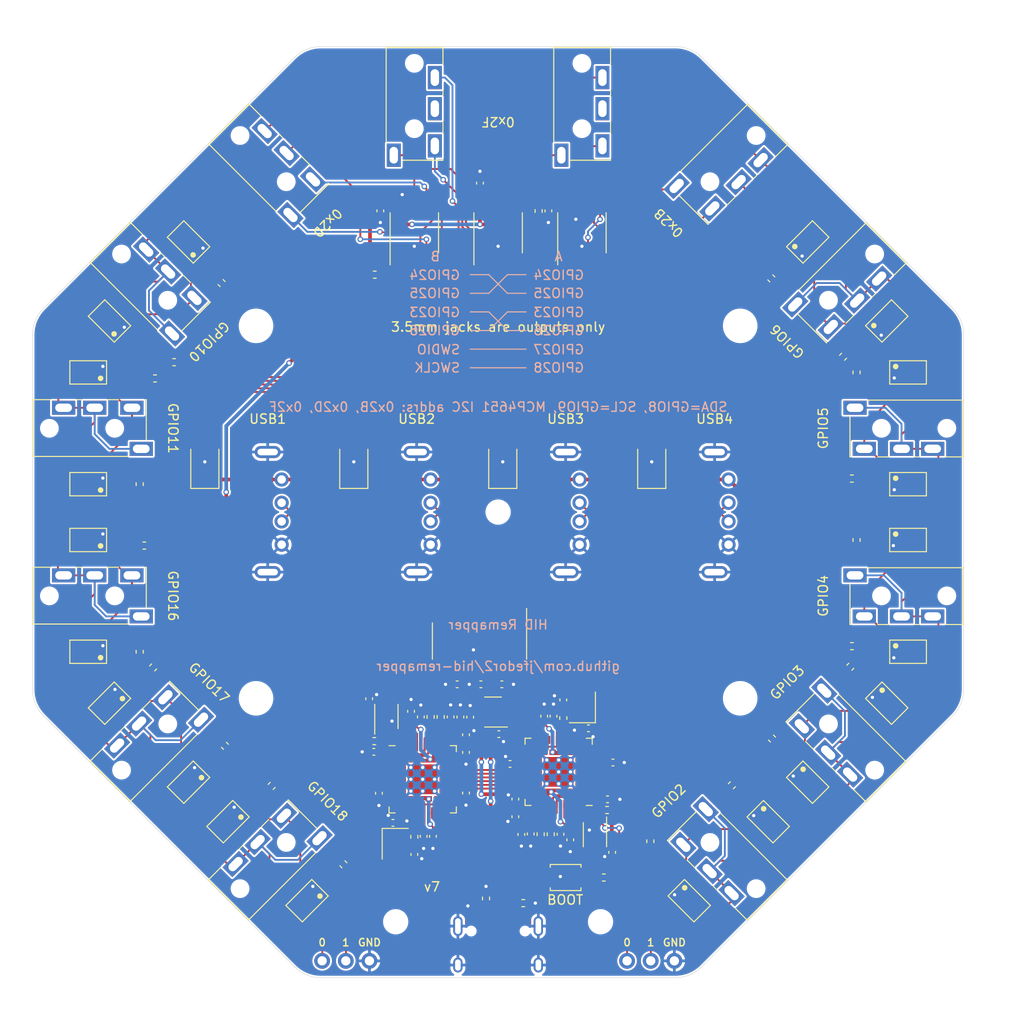
<source format=kicad_pcb>
(kicad_pcb (version 20221018) (generator pcbnew)
  (layers (0 "F.Cu" signal) (31 "B.Cu" signal) (34 "B.Paste" user) (35 "F.Paste" user) (36 "B.SilkS" user "B.Silkscreen") (37 "F.SilkS" user "F.Silkscreen") (38 "B.Mask" user) (39 "F.Mask" user) (44 "Edge.Cuts" user))
  (net 0 "")
  (net 1 "GND")
  (net 2 "+5V")
  (net 3 "D-")
  (net 4 "D+")
  (net 5 "+3V3")
  (net 6 "+1V1")
  (net 7 "Net-(U1-VDD33)")
  (net 8 "Net-(U1-VDD18)")
  (net 9 "XIN")
  (net 10 "XOUT")
  (net 11 "QSPI_SS")
  (net 12 "QSPI_SD3")
  (net 13 "QSPI_SCLK")
  (net 14 "QSPI_SD0")
  (net 15 "QSPI_SD2")
  (net 16 "QSPI_SD1")
  (net 17 "Net-(C19-Pad1)")
  (net 18 "Net-(U3-USB_DP)")
  (net 19 "Net-(U3-USB_DM)")
  (net 20 "JACK1")
  (net 21 "Net-(USB101-CC2)")
  (net 22 "Net-(USB101-CC1)")
  (net 23 "Net-(U103-USB_DP)")
  (net 24 "Net-(U103-USB_DM)")
  (net 25 "DM4")
  (net 26 "DP4")
  (net 27 "DM3")
  (net 28 "DP3")
  (net 29 "DM2")
  (net 30 "DP2")
  (net 31 "SWCLK")
  (net 32 "SWD")
  (net 33 "DM1")
  (net 34 "DP1")
  (net 35 "1XIN")
  (net 36 "Net-(C119-Pad1)")
  (net 37 "1D+")
  (net 38 "JACK9_R1")
  (net 39 "1D-")
  (net 40 "JACK2")
  (net 41 "1QSPI_SS")
  (net 42 "Net-(R106-Pad2)")
  (net 43 "1XOUT")
  (net 44 "JACK9_R2")
  (net 45 "JACK3")
  (net 46 "JACK9_S")
  (net 47 "JACK4")
  (net 48 "JACK9_T")
  (net 49 "JACK5")
  (net 56 "RTS1CTS")
  (net 59 "CTS1RTS")
  (net 61 "1QSPI_SD3")
  (net 62 "1QSPI_SCLK")
  (net 63 "1QSPI_SD0")
  (net 64 "1QSPI_SD2")
  (net 65 "1QSPI_SD1")
  (net 67 "TX1RX")
  (net 68 "RX1TX")
  (net 74 "+1V2")
  (net 84 "JACK10")
  (net 85 "JACK8_R2")
  (net 86 "JACK11")
  (net 87 "JACK8_S")
  (net 88 "JACK12")
  (net 89 "JACK8_T")
  (net 90 "JACK13")
  (net 92 "JACK14")
  (net 93 "JACK6_R1")
  (net 94 "JACK6_R2")
  (net 95 "JACK6_S")
  (net 97 "Net-(J5-PadR1)")
  (net 112 "Net-(J5-PadT)")
  (net 113 "Net-(J6-PadR1)")
  (net 114 "Net-(J6-PadT)")
  (net 115 "Net-(J7-PadR1)")
  (net 116 "Net-(J7-PadT)")
  (net 117 "Net-(J8-PadR1)")
  (net 118 "Net-(J8-PadT)")
  (net 119 "Net-(J9-PadR1)")
  (net 120 "Net-(J9-PadT)")
  (net 121 "Net-(J10-PadR1)")
  (net 122 "Net-(J10-PadT)")
  (net 123 "Net-(J11-PadR1)")
  (net 124 "Net-(J11-PadT)")
  (net 125 "Net-(J12-PadR1)")
  (net 126 "Net-(J12-PadT)")
  (net 127 "Net-(J13-PadR1)")
  (net 128 "Net-(J13-PadT)")
  (net 129 "Net-(J14-PadR1)")
  (net 130 "Net-(J14-PadT)")
  (net 131 "Net-(R1-Pad2)")
  (net 132 "Net-(R2-Pad2)")
  (net 133 "Net-(R6-Pad2)")
  (net 134 "Net-(R8-Pad2)")
  (net 135 "Net-(R9-Pad2)")
  (net 137 "Net-(R10-Pad2)")
  (net 139 "Net-(R11-Pad2)")
  (net 141 "Net-(R12-Pad2)")
  (net 142 "Net-(R13-Pad2)")
  (net 143 "Net-(R14-Pad2)")
  (net 145 "SCL")
  (net 146 "SDA")
  (net 149 "A_GPIO0")
  (net 150 "A_GPIO1")
  (net 160 "Net-(R17-Pad2)")
  (net 161 "Net-(R18-Pad2)")
  (net 162 "Net-(R19-Pad2)")
  (net 163 "Net-(R20-Pad2)")
  (net 164 "Net-(R21-Pad2)")
  (net 165 "Net-(R22-Pad2)")
  (net 166 "Net-(R23-Pad2)")
  (net 167 "Net-(R24-Pad2)")
  (net 168 "Net-(R25-Pad2)")
  (net 169 "Net-(R26-Pad2)")
  (net 170 "B_GPIO0")
  (net 171 "B_GPIO1")
  (net 172 "JACK6_T")
  (net 173 "JACK7_R2")
  (net 174 "JACK7_S")
  (net 175 "JACK7_T")
  (footprint "Capacitor_SMD:C_0402_1005Metric" (layer "F.Cu") (at 136.7 138.375)
    (fp_text reference "C18" hide)
    (fp_text value "15p")
  )
  (footprint "Capacitor_SMD:C_0402_1005Metric" (layer "F.Cu") (at 134.15 125.05 90)
    (fp_text reference "C17" hide)
    (fp_text value "100n")
  )
  (footprint "Capacitor_SMD:C_0402_1005Metric" (layer "F.Cu") (at 141 139.825 -90)
    (fp_text reference "C2" hide)
    (fp_text value "100n")
  )
  (footprint "Capacitor_SMD:C_0402_1005Metric" (layer "F.Cu") (at 144.55 130.8125 -90)
    (fp_text reference "C8" hide)
    (fp_text value "100n")
  )
  (footprint "Resistor_SMD:R_0402_1005Metric" (layer "F.Cu") (at 134.7 129.6)
    (fp_text reference "R5" hide)
    (fp_text value "10k")
  )
  (footprint "RP2040:RP2040-QFN-56" (layer "F.Cu") (at 139.9 133.7)
    (fp_text reference "U3" hide)
    (fp_text value "RP2040")
  )
  (footprint "Crystal:Crystal_SMD_2520-4Pin_2.5x2.0mm" (layer "F.Cu") (at 136.95 140.625 -90)
    (fp_text reference "Y1" hide)
    (fp_text value "Crystal_GND24")
  )
  (footprint "Capacitor_SMD:C_0402_1005Metric" (layer "F.Cu") (at 139 141.775 -90)
    (fp_text reference "C19" hide)
    (fp_text value "15p")
  )
  (footprint "Capacitor_SMD:C_0402_1005Metric" (layer "F.Cu") (at 135.2 135.2 -90)
    (fp_text reference "C6" hide)
    (fp_text value "100n")
  )
  (footprint "Capacitor_SMD:C_0402_1005Metric" (layer "F.Cu") (at 144.55 135.175 -90)
    (fp_text reference "C5" hide)
    (fp_text value "100n")
  )
  (footprint "Resistor_SMD:R_0402_1005Metric" (layer "F.Cu") (at 139 139.875 90)
    (fp_text reference "R7" hide)
    (fp_text value "1k")
  )
  (footprint "Capacitor_SMD:C_0402_1005Metric" (layer "F.Cu") (at 140 139.825 -90)
    (fp_text reference "C7" hide)
    (fp_text value "100n")
  )
  (footprint "Capacitor_SMD:C_0402_1005Metric" (layer "F.Cu") (at 134.65 130.75 180)
    (fp_text reference "C4" hide)
    (fp_text value "100n")
  )
  (footprint "Capacitor_SMD:C_0402_1005Metric" (layer "F.Cu") (at 143.95 127.0125 90)
    (fp_text reference "C10" hide)
    (fp_text value "1u")
  )
  (footprint "Resistor_SMD:R_0402_1005Metric" (layer "F.Cu") (at 141.83 127 -90)
    (fp_text reference "R4" hide)
    (fp_text value "27")
  )
  (footprint "Capacitor_SMD:C_0402_1005Metric" (layer "F.Cu") (at 138.65 126.4 90)
    (fp_text reference "C1" hide)
    (fp_text value "100n")
  )
  (footprint "Resistor_SMD:R_0402_1005Metric" (layer "F.Cu") (at 140.75 127 -90)
    (fp_text reference "R3" hide)
    (fp_text value "27")
  )
  (footprint "Capacitor_SMD:C_0402_1005Metric" (layer "F.Cu") (at 139.7 127 90)
    (fp_text reference "C3" hide)
    (fp_text value "100n")
  )
  (footprint "SOT:SOT-23-5" (layer "F.Cu") (at 147.45 126.475)
    (fp_text reference "U4" hide)
    (fp_text value "TLV73333PDBV")
  )
  (footprint "Capacitor_SMD:C_0402_1005Metric" (layer "F.Cu") (at 145 127.025 90)
    (fp_text reference "C16" hide)
    (fp_text value "1u")
  )
  (footprint "Capacitor_SMD:C_0402_1005Metric" (layer "F.Cu") (at 148.08 128.85)
    (fp_text reference "C15" hide)
    (fp_text value "1u")
  )
  (footprint "MountingHole:MountingHole_3.2mm_M3" (layer "F.Cu") (at 122 125)
    (fp_text reference "H1" hide)
    (fp_text value "MountingHole")
  )
  (footprint "Capacitor_SMD:C_0402_1005Metric" (layer "F.Cu") (at 142.9 127 90)
    (fp_text reference "C13" hide)
    (fp_text value "1u")
  )
  (footprint "Capacitor_SMD:C_0402_1005Metric" (layer "F.Cu") (at 144.55 128.9125 90)
    (fp_text reference "C9" hide)
    (fp_text value "100n")
  )
  (footprint "USON:8-USON" (layer "F.Cu") (at 136 126.95)
    (fp_text reference "U5" hide)
    (fp_text value "W25Q16JVUXIQ")
  )
  (footprint "MountingHole:MountingHole_3.2mm_M3" (layer "F.Cu") (at 174 125)
    (fp_text reference "H2" hide)
    (fp_text value "MountingHole")
  )
  (footprint "Jack:C136687" (layer "F.Cu") (at 105.5 114)
    (fp_text reference "J7" hide)
    (fp_text value "AudioJack4")
  )
  (footprint "Resistor_SMD:R_0402_1005Metric" (layer "F.Cu") (at 134.75 79.5)
    (fp_text reference "R15" hide)
    (fp_text value "4.7k")
  )
  (footprint "Resistor_SMD:R_0402_1005Metric" (layer "F.Cu") (at 159.35 144.25 180)
    (fp_text reference "R106" hide)
    (fp_text value "1k")
  )
  (footprint "MountingHole:MountingHole_3.2mm_M3" (layer "F.Cu") (at 174 85)
    (fp_text reference "H3" hide)
    (fp_text value "MountingHole")
  )
  (footprint "MountingHole:MountingHole_2.2mm_M2" (layer "F.Cu") (at 159 149)
    (fp_text reference "H6" hide)
    (fp_text value "MountingHole")
  )
  (footprint "Resistor_SMD:R_0402_1005Metric" (layer "F.Cu") (at 185.051323 88.31672 45)
    (fp_text reference "R14" hide)
    (fp_text value "470")
  )
  (footprint "SOP:SOP-4-1.27mm" (layer "F.Cu") (at 127.497433 146.717579 -135)
    (fp_text reference "U9" hide)
    (fp_text value "EL3H7-G")
  )
  (footprint "SOP:SOP-4-1.27mm" (layer "F.Cu") (at 114.769511 76.010343 135)
    (fp_text reference "U16" hide)
    (fp_text value "EL3H7-G")
  )
  (footprint "SOP:SOP-4-1.27mm" (layer "F.Cu") (at 181.230489 133.989657 -45)
    (fp_text reference "U24" hide)
    (fp_text value "EL3H7-G")
  )
  (footprint "Capacitor_SMD:C_0402_1005Metric" (layer "F.Cu") (at 148.4 123.5)
    (fp_text reference "C206" hide)
    (fp_text value "10u")
  )
  (footprint "Jack:C136687" (layer "F.Cu") (at 111.584001 128.688077 45)
    (fp_text reference "J6" hide)
    (fp_text value "AudioJack4")
  )
  (footprint "Resistor_SMD:R_0402_1005Metric" (layer "F.Cu") (at 177.341402 79.89943 135)
    (fp_text reference "R18" hide)
    (fp_text value "470")
  )
  (footprint "Resistor_SMD:R_0402_1005Metric" (layer "F.Cu") (at 109.503713 102.001279 -90)
    (fp_text reference "R11" hide)
    (fp_text value "470")
  )
  (footprint "Resistor_SMD:R_0402_1005Metric" (layer "F.Cu") (at 152.35 72.66 -90)
    (fp_text reference "R16" hide)
    (fp_text value "4.7k")
  )
  (footprint "SOP:SOP-4-1.27mm" (layer "F.Cu") (at 192 120)
    (fp_text reference "U22" hide)
    (fp_text value "EL3H7-G")
  )
  (footprint "Resistor_SMD:R_0402_1005Metric" (layer "F.Cu") (at 185.996287 101.401279)
    (fp_text reference "R19" hide)
    (fp_text value "470")
  )
  (footprint "Capacitor_Tantalum_SMD:CP_EIA-3528-21_Kemet-B" (layer "F.Cu") (at 148.5 100 90)
    (fp_text reference "C203" hide)
    (fp_text value "100u")
  )
  (footprint "Capacitor_SMD:C_0402_1005Metric" (layer "F.Cu") (at 157.7 128.225 180)
    (fp_text reference "C118" hide)
    (fp_text value "15p")
  )
  (footprint "Capacitor_SMD:C_0402_1005Metric" (layer "F.Cu") (at 151.5 139.57 -90)
    (fp_text reference "C113" hide)
    (fp_text value "1u")
  )
  (footprint "Capacitor_Tantalum_SMD:CP_EIA-3528-21_Kemet-B" (layer "F.Cu") (at 116.5 100 90)
    (fp_text reference "C201" hide)
    (fp_text value "100u")
  )
  (footprint "Resistor_SMD:R_0402_1005Metric" (layer "F.Cu") (at 186.496287 107.998721 90)
    (fp_text reference "R22" hide)
    (fp_text value "470")
  )
  (footprint "Resistor_SMD:R_0402_1005Metric" (layer "F.Cu") (at 186 119.4)
    (fp_text reference "R21" hide)
    (fp_text value "470")
  )
  (footprint "Jack:C136687" (layer "F.Cu") (at 171.688077 68.584001 -135)
    (fp_text reference "J2" hide)
    (fp_text value "AudioJack4")
  )
  (footprint "Capacitor_SMD:C_0402_1005Metric" (layer "F.Cu") (at 155.75 140.2 -90)
    (fp_text reference "C101" hide)
    (fp_text value "100n")
  )
  (footprint "Resistor_SMD:R_0402_1005Metric" (layer "F.Cu") (at 110.948677 121.68328 -135)
    (fp_text reference "R2" hide)
    (fp_text value "470")
  )
  (footprint "SOP:SOP-4-1.27mm" (layer "F.Cu") (at 181.230489 76.010343 45)
    (fp_text reference "U19" hide)
    (fp_text value "EL3H7-G")
  )
  (footprint "Capacitor_SMD:C_0402_1005Metric" (layer "F.Cu") (at 155 125.175 90)
    (fp_text reference "C119" hide)
    (fp_text value "15p")
  )
  (footprint "SOP:SOP-4-1.27mm" (layer "F.Cu") (at 191.996287 89.998721)
    (fp_text reference "U21" hide)
    (fp_text value "EL3H7-G")
  )
  (footprint "SOP:SOP-4-1.27mm" (layer "F.Cu") (at 191.996287 107.998721)
    (fp_text reference "U23" hide)
    (fp_text value "EL3H7-G")
  )
  (footprint "Resistor_SMD:R_0402_1005Metric" (layer "F.Cu") (at 152.57 139.6 90)
    (fp_text reference "R104" hide)
    (fp_text value "27")
  )
  (footprint "Capacitor_SMD:C_0402_1005Metric" (layer "F.Cu") (at 159.75 135.85)
    (fp_text reference "C104" hide)
    (fp_text value "100n")
  )
  (footprint "Jack:C136687" (layer "F.Cu") (at 190.5 114 180)
    (fp_text reference "J12" hide)
    (fp_text value "AudioJack4")
  )
  (footprint "Capacitor_SMD:C_0402_1005Metric" (layer "F.Cu") (at 160.25 141.55 -90)
    (fp_text reference "C117" hide)
    (fp_text value "100n")
  )
  (footprint "Resistor_SMD:R_0402_1005Metric" (layer "F.Cu") (at 123.676599 134.411202 -135)
    (fp_text reference "R17" hide)
    (fp_text value "470")
  )
  (footprint "Capacitor_Tantalum_SMD:CP_EIA-3528-21_Kemet-B" (layer "F.Cu") (at 132.5 100 90)
    (fp_text reference "C202" hide)
    (fp_text value "100u")
  )
  (footprint "SL2.1A:SOP-16_3.9x9.9mm_P1.27mm" (layer "F.Cu") (at 146 118.85 180)
    (fp_text reference "U1" hide)
    (fp_text value "SL2.1A")
  )
  (footprint "Resistor_SMD:R_0402_1005Metric" (layer "F.Cu") (at 118.3 80.4 135)
    (fp_text reference "R12" hide)
    (fp_text value "470")
  )
  (footprint "Capacitor_SMD:C_0402_1005Metric" (layer "F.Cu") (at 146.05 69.67 90)
    (fp_text reference "C14" hide)
    (fp_text value "100n")
  )
  (footprint "Resistor_SMD:R_0402_1005Metric" (layer "F.Cu") (at 146.7 146.5 90)
    (fp_text reference "R102" hide)
    (fp_text value "5.1k")
  )
  (footprint "Resistor_SMD:R_0402_1005Metric" (layer "F.Cu") (at 110.003898 108.597619 180)
    (fp_text reference "R8" hide)
    (fp_text value "470")
  )
  (footprint "Resistor_SMD:R_0402_1005Metric" (layer "F.Cu") (at 164.35 140.35 -90)
    (fp_text reference "R25" hide)
    (fp_text value "470")
  )
  (footprint "Capacitor_SMD:C_0402_1005Metric" (layer "F.Cu") (at 149.28 132.05 180)
    (fp_text reference "C105" hide)
    (fp_text value "100n")
  )
  (footprint "Resistor_SMD:R_0402_1005Metric" (layer "F.Cu") (at 109.503713 120.001279 -90)
    (fp_text reference "R9" hide)
    (fp_text value "470")
  )
  (footprint "Resistor_SMD:R_0402_1005Metric" (layer "F.Cu") (at 113.2 88.9 180)
    (fp_text reference "R13" hide)
    (fp_text value "470")
  )
  (footprint "Capacitor_SMD:C_0402_1005Metric" (layer "F.Cu") (at 146.15 123.5 180)
    (fp_text reference "C205" hide)
    (fp_text value "10u")
  )
  (footprint "SOP:SOP-4-1.27mm" (layer "F.Cu") (at 176.989657 138.230489 -45)
    (fp_text reference "U27" hide)
    (fp_text value "EL3H7-G")
  )
  (footprint "Type-A:C2689978" (layer "F.Cu") (at 172 105 180)
    (fp_text reference "USB4")
    (fp_text value "USB_A")
  )
  (footprint "SOP:SOP-4-1.27mm" (layer "F.Cu") (at 191.996287 102.001279)
    (fp_text reference "U20" hide)
    (fp_text value "EL3H7-G")
  )
  (footprint "Type-C:HRO-TYPE-C-31-M-12-Assembly" (layer "F.Cu") (at 148 151.216)
    (fp_text reference "USB101" hide)
    (fp_text value "HRO-TYPE-C-31-M-12" hide)
  )
  (footprint "Capacitor_SMD:C_0402_1005Metric" (layer "F.Cu") (at 149.85 137.725 -90)
    (fp_text reference "C109" hide)
    (fp_text value "100n")
  )
  (footprint "Capacitor_SMD:C_0402_1005Metric" (layer "F.Cu") (at 153.4 72.65 -90)
    (fp_text reference "C12" hide)
    (fp_text value "100n")
  )
  (footprint "Jack:C136687" (layer "F.Cu") (at 111.584001 81.311923 -45)
    (fp_text reference "J9" hide)
    (fp_text value "AudioJack4")
  )
  (footprint "Capacitor_SMD:C_0402_1005Metric" (layer "F.Cu") (at 143.6 123.5 180)
    (fp_text reference "C207" hide)
    (fp_text value "10u")
  )
  (footprint "SOP:SOP-4-1.27mm" (layer "F.Cu") (at 104.003713 102.001279 180)
    (fp_text reference "U15" hide)
    (fp_text value "EL3H7-G")
  )
  (footprint "Capacitor_SMD:C_0402_1005Metric" (layer "F.Cu") (at 153.95 126.92 90)
    (fp_text reference "C107" hide)
    (fp_text value "100n")
  )
  (footprint "Capacitor_SMD:C_0402_1005Metric" (layer "F.Cu") (at 154.7 139.6 -90)
    (fp_text reference "C103" hide)
    (fp_text value "100n")
  )
  (footprint "Resistor_SMD:R_0402_1005Metric" (layer "F.Cu") (at 155 127.125 -90)
    (fp_text reference "R107" hide)
    (fp_text value "1k")
  )
  (footprint "Type-A:C2689978" (layer "F.Cu") (at 156 105 180)
    (fp_text reference "USB3")
    (fp_text value "USB_A")
  )
  (footprint "MountingHole:MountingHole_3.2mm_M3" (layer "F.Cu") (at 122 85)
    (fp_text reference "H4" hide)
    (fp_text value "MountingHole")
  )
  (footprint "Capacitor_Tantalum_SMD:CP_EIA-3528-21_Kemet-B" (layer "F.Cu") (at 164.5 100 90)
    (fp_text reference "C204" hide)
    (fp_text value "100u")
  )
  (footprint "Resistor_SMD:R_0402_1005Metric" (layer "F.Cu") (at 150.7 147)
    (fp_text reference "R101" hide)
    (fp_text value "5.1k")
  )
  (footprint "Resistor_SMD:R_0402_1005Metric" (layer "F.Cu") (at 131.38652 142.828492 -45)
    (fp_text reference "R1" hide)
    (fp_text value "470")
  )
  (footprint "Jack:C136687" (layer "F.Cu") (at 190.5 96 180)
    (fp_text reference "J11" hide)
    (fp_text value "AudioJack4")
  )
  (footprint "TSSOP:TSSOP-14" (layer "F.Cu") (at 157 75)
    (fp_text reference "U6" hide)
    (fp_text value "MCP4651")
  )
  (footprint "USON:8-USON" (layer "F.Cu") (at 158.4 139.65 180)
    (fp_text reference "U105" hide)
    (fp_text value "W25Q16JVUXIQ")
  )
  (footprint "Jack:C136687" (layer "F.Cu") (at 105.5 96)
    (fp_text reference "J8" hide)
    (fp_text value "AudioJack4")
  )
  (footprint "SOP:SOP-4-1.27mm" (layer "F.Cu") (at 104.003713 120.001279 180)
    (fp_text reference "U13" hide)
    (fp_text value "EL3H7-G")
  )
  (footprint "Resistor_SMD:R_0402_1005Metric" (layer "F.Cu") (at 186.496287 89.998721 90)
    (fp_text reference "R20" hide)
    (fp_text value "470")
  )
  (footprint "SOP:SOP-4-1.27mm" (layer "F.Cu") (at 168.502567 146.717579 -45)
    (fp_text reference "U26" hide)
    (fp_text value "EL3H7-G")
  )
  (footprint "SOP:SOP-4-1.27mm" (layer "F.Cu") (at 104.003713 89.998721 180)
    (fp_text reference "U14" hide)
    (fp_text value "EL3H7-G")
  )
  (footprint "Type-A:C2689978" (layer "F.Cu") (at 124 105 180)
    (fp_text reference "USB1")
    (fp_text value "USB_A")
  )
  (footprint "Capacitor_SMD:C_0402_1005Metric" (layer "F.Cu") (at 150.5 139.625 -90)
    (fp_text reference "C110" hide)
    (fp_text value "1u")
  )
  (footprint "Resistor_SMD:R_0402_1005Metric" (layer "F.Cu") (at 177.411202 129.323401 -45)
    (fp_text reference "R23" hide)
    (fp_text value "470")
  )
  (footprint "Jack:C136687" (layer "F.Cu") (at 139 62.5 -90)
    (fp_text reference "J3" hide)
    (fp_text value "AudioJack4")
  )
  (footprint "Jack:C136687" (layer "F.Cu") (at 184.415999 81.311923 -135)
    (fp_text reference "J10" hide)
    (fp_text value "AudioJack4")
  )
  (footprint "Resistor_SMD:R_0402_1005Metric" (layer "F.Cu") (at 185.828492 121.61348 45)
    (fp_text reference "R24" hide)
    (fp_text value "470")
  )
  (footprint "SOP:SOP-4-1.27mm" (layer "F.Cu") (at 119.010343 138.230489 -135)
    (fp_text reference "U8" hide)
    (fp_text value "EL3H7-G")
  )
  (footprint "Resistor_SMD:R_0402_1005Metric" (layer "F.Cu") (at 118.658598 130.10057 -45)
    (fp_text reference "R6" hide)
    (fp_text value "470")
  )
  (footprint "Jack:C136687" (layer "F.Cu") (at 124.311923 141.415999 45)
    (fp_text reference "J5" hide)
    (fp_text value "AudioJack4")
  )
  (footprint "Jack:C136687" (layer "F.Cu") (at 171.688077 141.415999 135)
    (fp_text reference "J14" hide)
    (fp_text value "AudioJack4")
  )
  (footprint "TSSOP:TSSOP-14" (layer "F.Cu") (at 148 75)
    (fp_text reference "U7" hide)
    (fp_text value "MCP4651")
  )
  (footprint "Capacitor_SMD:C_0402_1005Metric" (layer "F.Cu") (at 135.35 72.65 -90)
    (fp_text reference "C11" hide)
    (fp_text value "100n")
  )
  (footprint "Capacitor_SMD:C_0402_1005Metric" (layer "F.Cu") (at 160.33 131.9)
    (fp_text reference "C106" hide)
    (fp_text value "100n")
  )
  (footprint "SOP:SOP-4-1.27mm" (layer "F.Cu") (at 106.282421 84.497433 135)
    (fp_text reference "U17" hide)
    (fp_text value "EL3H7-G")
  )
  (footprint "Type-A:C2689978" (layer "F.Cu") (at 140 105 180)
    (fp_text reference "USB2")
    (fp_text value "USB_A")
  )
  (footprint "Capacitor_SMD:C_0402_1005Metric" (layer "F.Cu") (at 152.95 126.92 90)
    (fp_text reference "C102" hide)
    (fp_text value "100n")
  )
  (footprint "RP2040:RP2040-QFN-56" (layer "F.Cu") (at 154.5 132.9 180)
    (fp_text reference "U103" hide)
    (fp_text value "RP2040")
  )
  (footprint "Connector_PinHeader_2.54mm:PinHeader_1x03_P2.54mm_Vertical" (layer "F.Cu") (at 161.85 153.2 90)
    (fp_text reference "J15" hide)
    (fp_text value "Conn_01x03_Pin")
  )
  (footprint "Resistor_SMD:R_0402_1005Metric" (layer "F.Cu") (at 153.65 139.6 90)
    (fp_text reference "R103" hide)
    (fp_text value "27")
  )
  (footprint "Jack:C136687" (layer "F.Cu") (at 157 62.5 -90)
    (fp_text reference "J4" hide)
    (fp_text value "AudioJack4")
  )
  (footprint "Resistor_SMD:R_0402_1005Metric" (layer "F.Cu") (at 159.7 137 180)
    (fp_text reference "R105" hide)
    (fp_text value "10k")
  )
  (footprint "SOP:SOP-4-1.27mm" (layer "F.Cu") (at 114.769511 133.989657 -135)
    (fp_text reference "U11" hide)
    (fp_text value "EL3H7-G")
  )
  (footprint "SOP:SOP-4-1.27mm" (layer "F.Cu") (at 106.282421 125.502567 -135)
    (fp_text reference "U10" hide)
    (fp_text value "EL3H7-G")
  )
  (footprint "TSSOP:TSSOP-14" (layer "F.Cu") (at 139 75)
    (fp_text reference "U2" hide)
    (fp_text value "MCP4651")
  )
  (footprint "MountingHole:MountingHole_2.2mm_M2" (layer "F.Cu") (at 148 105)
    (fp_text reference "H5" hide)
    (fp_text value "MountingHole")
  )
  (footprint "Jack:C136687" (layer "F.Cu") (at 184.415999 128.688077 135)
    (fp_text reference "J13" hide)
    (fp_text value "AudioJack4")
  )
  (footprint "SOP:SOP-4-1.27mm" (layer "F.Cu") (at 189.717579 84.497433 45)
    (fp_text reference "U18" hide)
    (fp_text value "EL3H7-G")
  )
  (footprint "Crystal:Crystal_SMD_2520-4Pin_2.5x2.0mm" (layer "F.Cu") (at 157.05 125.975 90)
    (fp_text reference "Y101" hide)
    (fp_text value "Crystal_GND24")
  )
  (footprint "Button_Switch_SMD:SW_SPST_B3U-1000P" (layer "F.Cu") (at 155.25 144.25)
    (fp_text reference "SW102" hide)
    (fp_text value "SW_Push")
  )
  (footprint "SOP:SOP-4-1.27mm" (layer "F.Cu") (at 104.003713 107.998721 180)
    (fp_text reference "U12" hide)
    (fp_text value "EL3H7-G")
  )
  (footprint "Connector_PinHeader_2.54mm:PinHeader_1x03_P2.54mm_Vertical" (layer "F.Cu") (at 129.1 153.2 90)
    (fp_text reference "J16" hide)
    (fp_text value "Conn_01x03_Pin")
  )
  (footprint "Capacitor_SMD:C_0402_1005Metric" (layer "F.Cu") (at 149.85 135.825 90)
    (fp_text reference "C108" hide)
    (fp_text value "100n")
  )
  (footprint "Resistor_SMD:R_0402_1005Metric" (layer "F.Cu") (at 111.15 90.65 180)
    (fp_text reference "R10" hide)
    (fp_text value "470")
  )
  (footprint "MountingHole:MountingHole_2.2mm_M2" (layer "F.Cu") (at 137 149)
    (fp_text reference "H7" hide)
    (fp_text value "MountingHole")
  )
  (footprint "SOP:SOP-4-1.27mm" (layer "F.Cu") (at 189.717579 125.502567 -45)
    (fp_text reference "U25" hide)
    (fp_text value "EL3H7-G")
  )
  (footprint "Jack:C136687" (layer "F.Cu") (at 124.311923 68.584001 -45)
    (fp_text reference "J1" hide)
    (fp_text value "AudioJack4")
  )
  (footprint "Resistor_SMD:R_0402_1005Metric" (layer "F.Cu") (at 173.10057 134.341402 45)
    (fp_text reference "R26" hide)
    (fp_text value "470")
  )
  (gr_line (start 145 85.5) (end 147 85.5) (stroke (width 0.12)) (layer "B.SilkS"))
  (gr_line (start 147 81.5) (end 149 79.5) (stroke (width 0.12)) (layer "B.SilkS"))
  (gr_line (start 145 89.5) (end 151 89.5) (stroke (width 0.12)) (layer "B.SilkS"))
  (gr_line (start 149 79.5) (end 151 79.5) (stroke (width 0.12)) (layer "B.SilkS"))
  (gr_line (start 147 83.5) (end 149 85.5) (stroke (width 0.12)) (layer "B.SilkS"))
  (gr_line (start 145 79.5) (end 147 79.5) (stroke (width 0.12)) (layer "B.SilkS"))
  (gr_line (start 147 85.5) (end 149 83.5) (stroke (width 0.12)) (layer "B.SilkS"))
  (gr_line (start 147 79.5) (end 149 81.5) (stroke (width 0.12)) (layer "B.SilkS"))
  (gr_line (start 149 83.5) (end 151 83.5) (stroke (width 0.12)) (layer "B.SilkS"))
  (gr_line (start 149 85.5) (end 151 85.5) (stroke (width 0.12)) (layer "B.SilkS"))
  (gr_line (start 145 87.5) (end 151 87.5) (stroke (width 0.12)) (layer "B.SilkS"))
  (gr_line (start 145 83.5) (end 147 83.5) (stroke (width 0.12)) (layer "B.SilkS"))
  (gr_line (start 145 81.5) (end 147 81.5) (stroke (width 0.12)) (layer "B.SilkS"))
  (gr_line (start 149 81.5) (end 151 81.5) (stroke (width 0.12)) (layer "B.SilkS"))
  (gr_arc (start 169.882573 153.828427) (mid 168.584882 154.695533) (end 167.054146 155) (stroke (width 0.05)) (layer "Edge.Cuts"))
  (gr_line (start 128.945854 55) (end 167.054146 55) (stroke (width 0.05)) (layer "Edge.Cuts"))
  (gr_arc (start 128.945854 155) (mid 127.41513 154.695503) (end 126.117427 153.828427) (stroke (width 0.05)) (layer "Edge.Cuts"))
  (gr_line (start 99.171573 126.882573) (end 126.117427 153.828427) (stroke (width 0.05)) (layer "Edge.Cuts"))
  (gr_arc (start 167.054146 55) (mid 168.58488 55.304482) (end 169.882573 56.171573) (stroke (width 0.05)) (layer "Edge.Cuts"))
  (gr_arc (start 198 124.054146) (mid 197.695503 125.58487) (end 196.828427 126.882573) (stroke (width 0.05)) (layer "Edge.Cuts"))
  (gr_line (start 196.828427 83.117427) (end 169.882573 56.171573) (stroke (width 0.05)) (layer "Edge.Cuts"))
  (gr_arc (start 98 85.945854) (mid 98.304482 84.41512) (end 99.171573 83.117427) (stroke (width 0.05)) (layer "Edge.Cuts"))
  (gr_line (start 128.945854 155) (end 167.054146 155) (stroke (width 0.05)) (layer "Edge.Cuts"))
  (gr_line (start 198 85.945854) (end 198 124.054146) (stroke (width 0.05)) (layer "Edge.Cuts"))
  (gr_line (start 169.882573 153.828427) (end 196.828427 126.882573) (stroke (width 0.05)) (layer "Edge.Cuts"))
  (gr_line (start 98 85.945854) (end 98 124.054146) (stroke (width 0.05)) (layer "Edge.Cuts"))
  (gr_line (start 99.171573 83.117427) (end 126.117427 56.171573) (stroke (width 0.05)) (layer "Edge.Cuts"))
  (gr_arc (start 196.828427 83.117427) (mid 197.695518 84.41512) (end 198 85.945854) (stroke (width 0.05)) (layer "Edge.Cuts"))
  (gr_arc (start 99.171573 126.882573) (mid 98.304482 125.58488) (end 98 124.054146) (stroke (width 0.05)) (layer "Edge.Cuts"))
  (gr_arc (start 126.117427 56.171573) (mid 127.415118 55.304467) (end 128.945854 55) (stroke (width 0.05)) (layer "Edge.Cuts"))
  (gr_text "GPIO25" (at 144 81.5) (layer "B.SilkS") (effects (font (size 1 1)) (justify left mirror)))
  (gr_text "SWCLK" (at 144 89.5) (layer "B.SilkS") (effects (font (size 1 1)) (justify left mirror)))
  (gr_text "GPIO28" (at 151.7 89.5) (layer "B.SilkS") (effects (font (size 1 1)) (justify right mirror)))
  (gr_text "GPIO24" (at 144 79.55) (layer "B.SilkS") (effects (font (size 1 1)) (justify left mirror)))
  (gr_text "GPIO23" (at 144 83.55) (layer "B.SilkS") (effects (font (size 1 1)) (justify left mirror)))
  (gr_text "GPIO25" (at 151.7 81.5) (layer "B.SilkS") (effects (font (size 1 1)) (justify right mirror)))
  (gr_text "GPIO26" (at 151.7 85.5) (layer "B.SilkS") (effects (font (size 1 1)) (justify right mirror)))
  (gr_text "B" (at 141.25 77.55) (layer "B.SilkS") (effects (font (size 1 1)) (justify mirror)))
  (gr_text "HID Remapper" (at 148 117.1) (layer "B.SilkS") (effects (font (size 1 1)) (justify mirror)))
  (gr_text "A" (at 154.5 77.55) (layer "B.SilkS") (effects (font (size 1 1)) (justify mirror)))
  (gr_text "SWDIO" (at 144 87.55) (layer "B.SilkS") (effects (font (size 1 1)) (justify left mirror)))
  (gr_text "github.com/jfedor2/hid-remapper" (at 148 121.55) (layer "B.SilkS") (effects (font (size 1 1)) (justify mirror)))
  (gr_text "GPIO27" (at 151.7 87.55) (layer "B.SilkS") (effects (font (size 1 1)) (justify right mirror)))
  (gr_text "GPIO23" (at 151.7 83.55) (layer "B.SilkS") (effects (font (size 1 1)) (justify right mirror)))
  (gr_text "SDA=GPIO8, SCL=GPIO9, MCP4651 I2C addrs: 0x2B, 0x2D, 0x2F" (at 148 94.3) (layer "B.SilkS") (effects (font (size 1 1) (thickness 0.15) bold) (justify bottom mirror)))
  (gr_text "GPIO26" (at 144 85.5) (layer "B.SilkS") (effects (font (size 1 1)) (justify left mirror)))
  (gr_text "GPIO24" (at 151.7 79.55) (layer "B.SilkS") (effects (font (size 1 1)) (justify right mirror)))
  (gr_text "0x2B" (at 166.73833 73.533748 135) (layer "F.SilkS") (effects (font (size 1 1) (thickness 0.15) bold) (justify bottom)))
  (gr_text "GND" (at 166.93 151.7) (layer "F.SilkS") (effects (font (size 0.8 0.8) (thickness 0.15) bold) (justify bottom)))
  (gr_text "0x2D" (at 129.26167 73.533748 225) (layer "F.SilkS") (effects (font (size 1 1) (thickness 0.15) bold) (justify bottom)))
  (gr_text "GPIO18" (at 129.26167 136.466252 315) (layer "F.SilkS") (effects (font (size 1 1) (thickness 0.15) bold) (justify bottom)))
  (gr_text "GPIO5" (at 183.5 96 90) (layer "F.SilkS") (effects (font (size 1 1) (thickness 0.15) bold) (justify bottom)))
  (gr_text "GND" (at 134.18 151.7) (layer "F.SilkS") (effects (font (size 0.8 0.8) (thickness 0.15) bold) (justify bottom)))
  (gr_text "1" (at 164.39 151.7) (layer "F.SilkS") (effects (font (size 0.8 0.8) (thickness 0.15) bold) (justify bottom)))
  (gr_text "GPIO3" (at 179.466252 123.73833 45) (layer "F.SilkS") (effects (font (size 1 1) (thickness 0.15) bold) (justify bottom)))
  (gr_text "GPIO6" (at 179.466252 86.26167 135) (layer "F.SilkS") (effects (font (size 1 1) (thickness 0.15) bold) (justify bottom)))
  (gr_text "GPIO2" (at 166.73833 136.466252 45) (layer "F.SilkS") (effects (font (size 1 1) (thickness 0.15) bold) (justify bottom)))
  (gr_text "0x2F" (at 148 62.5 180) (layer "F.SilkS") (effects (font (size 1 1) (thickness 0.15) bold) (justify bottom)))
  (gr_text "1" (at 131.64 151.7) (layer "F.SilkS") (effects (font (size 0.8 0.8) (thickness 0.15) bold) (justify bottom)))
  (gr_text "GPIO16" (at 112.5 114 270) (layer "F.SilkS") (effects (font (size 1 1) (thickness 0.15) bold) (justify bottom)))
  (gr_text "GPIO11" (at 112.5 96 270) (layer "F.SilkS") (effects (font (size 1 1) (thickness 0.15) bold) (justify bottom)))
  (gr_text "GPIO10" (at 116.533748 86.26167 225) (layer "F.SilkS") (effects (font (size 1 1) (thickness 0.15) bold) (justify bottom)))
  (gr_text "v7" (at 140.9 145.25) (layer "F.SilkS") (effects (font (size 1 1))))
  (gr_text "BOOT" (at 155.2 146.65) (layer "F.SilkS") (effects (font (size 1 1))))
  (gr_text "GPIO4" (at 183.5 114 90) (layer "F.SilkS") (effects (font (size 1 1) (thickness 0.15) bold) (justify bottom)))
  (gr_text "0" (at 129.1 151.7) (layer "F.SilkS") (effects (font (size 0.8 0.8) (thickness 0.15) bold) (justify bottom)))
  (gr_text "0" (at 161.85 151.7) (layer "F.SilkS") (effects (font (size 0.8 0.8) (thickness 0.15) bold) (justify bottom)))
  (gr_text "GPIO17" (at 116.533748 123.73833 315) (layer "F.SilkS") (effects (font (size 1 1) (thickness 0.15) bold) (justify bottom)))
  (gr_text "3.5mm jacks are outputs only" (at 148 85.7) (layer "F.SilkS") (effects (font (size 1 1) (thickness 0.15) bold) (justify bottom)))
  (segment (start 155 124.695) (end 154.08 124.695) (width 0.4) (layer "F.Cu") (net 1))
  (segment (start 107.214992 107.35) (end 107.228713 107.363721) (width 0.2) (layer "F.Cu") (net 1))
  (segment (start 165.773135 144.923135) (end 166.95 146.1) (width 0.2) (layer "F.Cu") (net 1))
  (segment (start 136.850978 142.575) (end 138.68 142.575) (width 0.4) (layer "F.Cu") (net 1))
  (segment (start 186.988147 123.67116) (end 186.988147 123.688147) (width 0.2) (layer "F.Cu") (net 1))
  (segment (start 139 142.255) (end 139.77 142.255) (width 0.4) (layer "F.Cu") (net 1))
  (segment (start 161.55 131.9) (end 160.81 131.9) (width 0.4) (layer "F.Cu") (net 1))
  (segment (start 145.365 121.35) (end 145.365 119.815) (width 0.4) (layer "F.Cu") (net 1))
  (segment (start 120.84175 135.501057) (end 120.84175 135.50825) (width 0.2) (layer "F.Cu") (net 1))
  (segment (start 135.35 73.13) (end 135.35 73.9) (width 0.4) (layer "F.Cu") (net 1))
  (segment (start 188.775 120.635) (end 190.485 120.635) (width 0.2) (layer "F.Cu") (net 1))
  (segment (start 116.600918 131.260225) (end 116.589775 131.260225) (width 0.2) (layer "F.Cu") (net 1))
  (segment (start 116.307193 76.65) (end 117.498943 77.84175) (width 0.2) (layer "F.Cu") (net 1))
  (segment (start 188.771287 108.633721) (end 190.416279 108.633721) (width 0.2) (layer "F.Cu") (net 1))
  (segment (start 129.311853 143.988147) (end 128.1 145.2) (width 0.2) (layer "F.Cu") (net 1))
  (segment (start 188.771287 90.633721) (end 190.516279 90.633721) (width 0.2) (layer "F.Cu") (net 1))
  (segment (start 105.55 119.35) (end 107.212434 119.35) (width 0.2) (layer "F.Cu") (net 1))
  (segment (start 138.9 137.669295) (end 138.9 137.1375) (width 0.2) (layer "F.Cu") (net 1))
  (segment (start 157.75 124.575) (end 157.2 124.025) (width 0.4) (layer "F.Cu") (net 1))
  (segment (start 138.65 125.92) (end 138.65 125.125) (width 0.4) (layer "F.Cu") (net 1))
  (segment (start 145.3575 128.4325) (end 144.55 128.4325) (width 0.4) (layer "F.Cu") (net 1))
  (segment (start 148.55 126.475) (end 148.5 126.525) (width 0.4) (layer "F.Cu") (net 1))
  (segment (start 156.005705 128.425) (end 155.5 128.930705) (width 0.2) (layer "F.Cu") (net 1))
  (segment (start 135.3 141.025) (end 135.775 141.5) (width 0.4) (layer "F.Cu") (net 1))
  (segment (start 148 77.8) (end 148 76.45) (width 0.2) (layer "F.Cu") (net 1))
  (segment (start 158.7 127.705) (end 158.18 128.225) (width 0.4) (layer "F.Cu") (net 1))
  (segment (start 156.35 72.2) (end 156.35 73.55) (width 0.2) (layer "F.Cu") (net 1))
  (segment (start 120.84175 135.50825) (end 119.65 136.7) (width 0.2) (layer "F.Cu") (net 1))
  (segment locked (start 151.25 148.555) (end 151.25 147.04) (width 0.4) (layer "F.Cu") (net 1))
  (segment (start 187.923135 87.226865) (end 189.15 86) (width 0.2) (layer "F.Cu") (net 1))
  (segment locked (start 151.25 147.04) (end 151.21 147) (width 0.4) (layer "F.Cu") (net 1))
  (segment (start 136.22 137.595) (end 136.2 137.575) (width 0.4) (layer "F.Cu") (net 1))
  (segment (start 149.83 138.225) (end 149.85 138.205) (width 0.4) (layer "F.Cu") (net 1))
  (segment (start 135.775 141.5) (end 136.25 141.5) (width 0.4) (layer "F.Cu") (net 1))
  (segment (start 157.75 125.275489) (end 156.35 126.675489) (width 0.2) (layer "F.Cu") (net 1))
  (segment (start 107.214992 89.35) (end 107.228713 89.363721) (width 0.2) (layer "F.Cu") (net 1))
  (segment (start 151.5 140.05) (end 151.5 140.87) (width 0.4) (layer "F.Cu") (net 1))
  (segment (start 156.2 128.425) (end 156.005705 128.425) (width 0.2) (layer "F.Cu") (net 1))
  (segment (start 158.025 125.1) (end 158.7 125.775) (width 0.4) (layer "F.Cu") (net 1))
  (segment (start 164.5 98.4625) (end 164.5 99.6) (width 0.4) (layer "F.Cu") (net 1))
  (segment (start 179.399082 78.739775) (end 179.410225 78.739775) (width 0.2) (layer "F.Cu") (net 1))
  (segment locked (start 151.21 147) (end 152 147) (width 0.4) (layer "F.Cu") (net 1))
  (segment (start 158.18 129.105) (end 158.2 129.125) (width 0.4) (layer "F.Cu") (net 1))
  (segment (start 108.113828 122.773135) (end 108.113828 122.786172) (width 0.2) (layer "F.Cu") (net 1))
  (segment (start 158.18 128.225) (end 158.18 129.105) (width 0.4) (layer "F.Cu") (net 1))
  (segment (start 148.8 132.05) (end 148.8 131.25) (width 0.4) (layer "F.Cu") (net 1))
  (segment (start 142.35 123.5) (end 143.12 123.5) (width 0.2) (layer "F.Cu") (net 1))
  (segment (start 190.485 120.635) (end 190.5 120.65) (width 0.2) (layer "F.Cu") (net 1))
  (segment (start 107.212434 119.35) (end 107.228713 119.366279) (width 0.2) (layer "F.Cu") (net 1))
  (segment (start 152.95 125.625) (end 152.95 126.44) (width 0.4) (layer "F.Cu") (net 1))
  (segment (start 155.5 128.930705) (end 155.5 129.4625) (width 0.2) (layer "F.Cu") (net 1))
  (segment (start 178.50825 132.15825) (end 179.7 133.35) (width 0.2) (layer "F.Cu") (net 1))
  (segment (start 105.55 89.35) (end 107.214992 89.35) (width 0.2) (layer "F.Cu") (net 1))
  (segment (start 160.25 142.03) (end 159.48 142.03) (width 0.4) (layer "F.Cu") (net 1))
  (segment (start 136.25 141.974022) (end 136.850978 142.575) (width 0.4) (layer "F.Cu") (net 1))
  (segment (start 107.212434 101.35) (end 107.228713 101.366279) (width 0.2) (layer "F.Cu") (net 1))
  (segment (start 136 126.95) (end 136.6 126.95) (width 0.2) (layer "F.Cu") (net 1))
  (segment (start 135.2 136.5125) (end 135.2 135.68) (width 0.4) (layer "F.Cu") (net 1))
  (segment (start 149.05 138.225) (end 149.83 138.225) (width 0.4) (layer "F.Cu") (net 1))
  (segment (start 148.88 123.5) (end 149.65 123.5) (width 0.2) (layer "F.Cu") (net 1))
  (segment (start 157.65 139) (end 157.8 139.15) (width 0.2) (layer "F.Cu") (net 1))
  (segment (start 156.35 126.675489) (end 156.35 126.85) (width 0.2) (layer "F.Cu") (net 1))
  (segment (start 134.92 124.57) (end 134.95 124.6) (width 0.4) (layer "F.Cu") (net 1))
  (segment (start 155.75 140.68) (end 155.75 141.47) (width 0.4) (layer "F.Cu") (net 1))
  (segment (start 139.77 142.255) (end 139.8 142.225) (width 0.4) (layer "F.Cu") (net 1))
  (segment (start 154.08 124.695) (end 154.05 124.725) (width 0.4) (layer "F.Cu") (net 1))
  (segment (start 188.771287 102.636279) (end 190.513721 102.636279) (width 0.2) (layer "F.Cu") (net 1))
  (segment (start 187.886172 87.226865) (end 187.923135 87.226865) (width 0.2) (layer "F.Cu") (net 1))
  (segment (start 190.516279 90.633721) (end 190.55 90.6) (width 0.2) (layer "F.Cu") (net 1))
  (segment (start 136.75 127.6) (end 136.6 127.45) (width 0.2) (layer "F.Cu") (net 1))
  (segment (start 157.75 125.1) (end 157.75 125.275489) (width 0.2) (layer "F.Cu") (net 1))
  (segment (start 136.22 138.375) (end 136.22 137.595) (width 0.4) (layer "F.Cu") (net 1))
  (segment (start 175.45 137.588857) (end 174.260225 136.399082) (width 0.2) (layer "F.Cu") (net 1))
  (segment (start 138.2 138.175) (end 138.394295 138.175) (width 0.2) (layer "F.Cu") (net 1))
  (segment (start 143.95 126.5325) (end 143.95 125.7125) (width 0.4) (layer "F.Cu") (net 1))
  (segment (start 153.4 73.13) (end 153.4 73.9) (width 0.4) (layer "F.Cu") (net 1))
  (segment (start 157 77.8) (end 157 76.45) (width 0.2) (layer "F.Cu") (net 1))
  (segment (start 141 141.125) (end 141 140.305) (width 0.4) (layer "F.Cu") (net 1))
  (segment (start 134.17 130.75) (end 133.4 130.75) (width 0.4) (layer "F.Cu") (net 1))
  (segment (start 140 141.125) (end 140 140.305) (width 0.4) (layer "F.Cu") (net 1))
  (segment (start 137.65 139.874511) (end 137.65 139.75) (width 0.2) (layer "F.Cu") (net 1))
  (segment (start 134.15 124.57) (end 134.92 124.57) (width 0.4) (layer "F.Cu") (net 1))
  (segment (start 154.7 140.08) (end 154.7 140.87) (width 0.4) (layer "F.Cu") (net 1))
  (segment (start 142.9 126.52) (end 142.9 125.7125) (width 0.4) (layer "F.Cu") (net 1))
  (segment (start 138.68 142.575) (end 139 142.255) (width 0.4) (layer "F.Cu") (net 1))
  (segment (start 105.55 107.35) (end 107.214992 107.35) (width 0.2) (layer "F.Cu") (net 1))
  (segment (start 137.7 72.2) (end 137.7 70.9) (width 0.2) (layer "F.Cu") (net 1))
  (segment (start 155.67 124.025) (end 155 124.695) (width 0.4) (layer "F.Cu") (net 1))
  (segment (start 136.25 141.5) (end 136.25 141.274511) (width 0.2) (layer "F.Cu") (net 1))
  (segment (start 129.32884 143.988147) (end 129.311853 143.988147) (width 0.2) (layer "F.Cu") (net 1))
  (segment (start 146.05 69.19) (end 146.05 68.4) (width 0.4) (layer "F.Cu") (net 1))
  (segment (start 178.501057 132.15825) (end 178.50825 132.15825) (width 0.2) (layer "F.Cu") (net 1))
  (segment (start 148.56 128.85) (end 148.56 129.63) (width 0.4) (layer "F.Cu") (net 1))
  (segment (start 116.5 99.6) (end 116.5 98.4625) (width 0.4) (layer "F.Cu") (net 1))
  (segment (start 159.48 142.03) (end 159.45 142) (width 0.4) (layer "F.Cu") (net 1))
  (segment (start 179.410225 78.739775) (end 180.65 77.5) (width 0.2) (layer "F.Cu") (net 1))
  (segment (start 105.55 101.35) (end 107.212434 101.35) (width 0.2) (layer "F.Cu") (net 1))
  (segment (start 135.3 138.775) (end 135.3 141.025) (width 0.4) (layer "F.Cu") (net 1))
  (segment (start 186.988147 123.688147) (end 188.2 124.9) (width 0.2) (layer "F.Cu") (net 1))
  (segment (start 148.56 129.63) (end 148.58 129.65) (width 0.4) (layer "F.Cu") (net 1))
  (segment (start 158.7 125.775) (end 158.7 127.705) (width 0.4) (layer "F.Cu") (net 1))
  (segment locked (start 146.7 145.2) (end 146.7 145.99) (width 0.4) (layer "F.Cu") (net 1))
  (segment (start 157.75 125.1) (end 158.025 125.1) (width 0.4) (layer "F.Cu") (net 1))
  (segment (start 160.23 135.85) (end 161.08 135.85) (width 0.4) (layer "F.Cu") (net 1))
  (segment (start 144.55 136.475) (end 144.55 135.655) (width 0.4) (layer "F.Cu") (net 1))
  (segment (start 148.5 126.525) (end 145.02 126.525) (width 0.4) (layer "F.Cu") (net 1))
  (segment (start 107.85 85.15) (end 107.85 85.166987) (width 0.2) (layer "F.Cu") (net 1))
  (segment (start 144.55 132.075) (end 144.55 131.2925) (width 0.4) (layer "F.Cu") (net 1))
  (segment (start 136.75 128.375) (end 136.75 127.6) (width 0.2) (layer "F.Cu") (net 1))
  (segment (start 135.7 138.375) (end 135.3 138.775) (width 0.4) (layer "F.Cu") (net 1))
  (segment (start 153.655 144.145) (end 154.68 144.145) (width 0.4) (layer "F.Cu") (net 1))
  (segment (start 149.85 135.345) (end 149.13 135.345) (width 0.4) (layer "F.Cu") (net 1))
  (segment (start 132.5 98.4625) (end 132.5 99.6) (width 0.4) (layer "F.Cu") (net 1))
  (segment (start 139.7 126.52) (end 139.7 125.725) (width 0.4) (layer "F.Cu") (net 1))
  (segment (start 136.25 141.274511) (end 137.65 139.874511) (width 0.2) (layer "F.Cu") (net 1))
  (segment (start 158.4 139.65) (end 157.8 139.65) (width 0.2) (layer "F.Cu") (net 1))
  (segment (start 138.394295 138.175) (end 138.9 137.669295) (width 0.2) (layer "F.Cu") (net 1))
  (segment (start 116.3 76.65) (end 116.307193 76.65) (width 0.2) (layer "F.Cu") (net 1))
  (segment (start 153.95 125.625) (end 153.95 126.44) (width 0.4) (layer "F.Cu") (net 1))
  (segment (start 107.85 85.166987) (end 109.011853 86.32884) (width 0.2) (layer "F.Cu") (net 1))
  (segment (start 150.5 140.875) (end 150.5 140.105) (width 0.4) (layer "F.Cu") (net 1))
  (segment (start 148.5 98.4625) (end 148.5 99.6) (width 0.4) (layer "F.Cu") (net 1))
  (segment (start 153.55 144.25) (end 153.655 144.145) (width 0.4) (layer "F.Cu") (net 1))
  (segment (start 190.513721 102.636279) (end 190.55 102.6) (width 0.2) (layer "F.Cu") (net 1))
  (segment (start 149.13 135.345) (end 149.1 135.375) (width 0.4) (layer "F.Cu") (net 1))
  (segment (start 139 77.8) (end 139 76.45) (width 0.2) (layer "F.Cu") (net 1))
  (segment (start 157.65 138.225) (end 157.65 139) (width 0.2) (layer "F.Cu") (net 1))
  (segment (start 136.6 126.95) (end 136.6 127.45) (width 0.2) (layer "F.Cu") (net 1))
  (segment (start 145.365 119.815) (end 145.35 119.8) (width 0.4) (layer "F.Cu") (net 1))
  (segment (start 136.25 141.5) (end 136.25 141.974022) (width 0.4) (layer "F.Cu") (net 1))
  (segment (start 165.773135 144.886172) (end 165.773135 144.923135) (width 0.2) (layer "F.Cu") (net 1))
  (segment (start 157.8 139.65) (end 157.8 139.15) (width 0.2) (layer "F.Cu") (net 1))
  (segment (start 190.416279 108.633721) (end 190.45 108.6) (width 0.2) (layer "F.Cu") (net 1))
  (segment (start 157.2 124.025) (end 155.67 124.025) (width 0.4) (layer "F.Cu") (net 1))
  (segment (start 175.45 137.6) (end 175.45 137.588857) (width 0.2) (layer "F.Cu") (net 1))
  (segment (start 116.589775 131.260225) (end 115.4 132.45) (width 0.2) (layer "F.Cu") (net 1))
  (segment (start 145.02 126.525) (end 145 126.545) (width 0.4) (layer "F.Cu") (net 1))
  (segment (start 144.9 123.5) (end 145.67 123.5) (width 0.2) (layer "F.Cu") (net 1))
  (segment (start 145.4 128.475) (end 145.3575 128.4325) (width 0.4) (layer "F.Cu") (net 1))
  (segment locked (start 144.75 148.555) (end 144.75 147.3) (width 0.4) (layer "F.Cu") (net 1))
  (segment (start 108.113828 122.786172) (end 106.85 124.05) (width 0.2) (layer "F.Cu") (net 1))
  (segment (start 136.22 138.375) (end 135.7 138.375) (width 0.4) (layer "F.Cu") (net 1))
  (segment (start 157.75 125.1) (end 157.75 124.575) (width 0.4) (layer "F.Cu") (net 1))
  (segment (start 145 125.775) (end 145 126.545) (width 0.4) (layer "F.Cu") (net 1))
  (via (at 149.1 135.375) (size 0.6) (drill 0.35) (layers "F.Cu" "B.Cu") (net 1))
  (via (at 148.58 129.65) (size 0.6) (drill 0.35) (layers "F.Cu" "B.Cu") (net 1))
  (via locked (at 144.75 147.3) (size 0.6) (drill 0.35) (layers "F.Cu" "B.Cu") (net 1))
  (via (at 142.35 123.5) (size 0.6) (drill 0.35) (layers "F.Cu" "B.Cu") (net 1))
  (via (at 153.4 73.9) (size 0.6) (drill 0.35) (layers "F.Cu" "B.Cu") (net 1))
  (via (at 116.5 99.6) (size 0.6) (drill 0.35) (layers "F.Cu" "B.Cu") (net 1))
  (via (at 180.65 77.5) (size 0.6) (drill 0.35) (layers "F.Cu" "B.Cu") (net 1))
  (via (at 148.8 131.25) (size 0.6) (drill 0.35) (layers "F.Cu" "B.Cu") (net 1))
  (via (at 132.5 99.6) (size 0.6) (drill 0.35) (layers "F.Cu" "B.Cu") (net 1))
  (via (at 107.85 85.15) (size 0.6) (drill 0.35) (layers "F.Cu" "B.Cu") (net 1))
  (via (at 105.55 89.35) (size 0.6) (drill 0.35) (layers "F.Cu" "B.Cu") (net 1))
  (via (at 157 76.45) (size 0.6) (drill 0.35) (layers "F.Cu" "B.Cu") (net 1))
  (via (at 141 141.125) (size 0.6) (drill 0.35) (layers "F.Cu" "B.Cu") (net 1))
  (via (at 136.2 137.575) (size 0.6) (drill 0.35) (layers "F.Cu" "B.Cu") (net 1))
  (via (at 189.15 86) (size 0.6) (drill 0.35) (layers "F.Cu" "B.Cu") (net 1))
  (via (at 146.05 68.4) (size 0.6) (drill 0.35) (layers "F.Cu" "B.Cu") (net 1))
  (via (at 166.95 146.1) (size 0.6) (drill 0.35) (layers "F.Cu" "B.Cu") (net 1))
  (via (at 149.65 123.5) (size 0.6) (drill 0.35) (layers "F.Cu" "B.Cu") (net 1))
  (via (at 139.8 142.225) (size 0.6) (drill 0.35) (layers "F.Cu" "B.Cu") (net 1))
  (via (at 119.65 136.7) (size 0.6) (drill 0.35) (layers "F.Cu" "B.Cu") (net 1))
  (via (at 164.5 99.6) (size 0.6) (drill 0.35) (layers "F.Cu" "B.Cu") (net 1))
  (via (at 148.5 99.6) (size 0.6) (drill 0.35) (layers "F.Cu" "B.Cu") (net 1))
  (via (at 105.55 119.35) (size 0.6) (drill 0.35) (layers "F.Cu" "B.Cu") (net 1))
  (via (at 105.55 107.35) (size 0.6) (drill 0.35) (layers "F.Cu" "B.Cu") (net 1))
  (via (at 137.7 70.9) (size 0.6) (drill 0.35) (layers "F.Cu" "B.Cu") (net 1))
  (via (at 116.3 76.65) (size 0.6) (drill 0.35) (layers "F.Cu" "B.Cu") (net 1))
  (via (at 154.7 140.87) (size 0.6) (drill 0.35) (layers "F.Cu" "B.Cu") (net 1))
  (via (at 145.35 119.8) (size 0.6) (drill 0.35) (layers "F.Cu" "B.Cu") (net 1))
  (via (at 138.2 138.175) (size 0.6) (drill 0.35) (layers "F.Cu" "B.Cu") (net 1))
  (via (at 134.95 124.6) (size 0.6) (drill 0.35) (layers "F.Cu" "B.Cu") (net 1))
  (via (at 179.7 133.35) (size 0.6) (drill 0.35) (layers "F.Cu" "B.Cu") (net 1))
  (via (at 156.35 73.55) (size 0.6) (drill 0.35) (layers "F.Cu" "B.Cu") (net 1))
  (via (at 154.05 124.725) (size 0.6) (drill 0.35) (layers "F.Cu" "B.Cu") (net 1))
  (via locked (at 152 147) (size 0.6) (drill 0.35) (layers "F.Cu" "B.Cu") (net 1))
  (via locked (at 146.7 145.2) (size 0.6) (drill 0.35) (layers "F.Cu" "B.Cu") (net 1))
  (via (at 157.8 139.15) (size 0.6) (drill 0.35) (layers "F.Cu" "B.Cu") (net 1))
  (via (at 159.45 142) (size 0.6) (drill 0.35) (layers "F.Cu" "B.Cu") (net 1))
  (via (at 145.4 128.475) (size 0.6) (drill 0.35) (layers "F.Cu" "B.Cu") (net 1))
  (via (at 138.65 125.125) (size 0.6) (drill 0.35) (layers "F.Cu" "B.Cu") (net 1))
  (via (at 154.68 144.145) (size 0.6) (drill 0.35) (layers "F.Cu" "B.Cu") (net 1))
  (via (at 161.08 135.85) (size 0.6) (drill 0.35) (layers "F.Cu" "B.Cu") (net 1))
  (via (at 106.85 124.05) (size 0.6) (drill 0.35) (layers "F.Cu" "B.Cu") (net 1))
  (via (at 188.2 124.9) (size 0.6) (drill 0.35) (layers "F.Cu" "B.Cu") (net 1))
  (via (at 156.2 128.425) (size 0.6) (drill 0.35) (layers "F.Cu" "B.Cu") (net 1))
  (via (at 190.55 102.6) (size 0.6) (drill 0.35) (layers "F.Cu" "B.Cu") (net 1))
  (via (at 144.9 123.5) (size 0.6) (drill 0.35) (layers "F.Cu" "B.Cu") (net 1))
  (via (at 175.45 137.6) (size 0.6) (drill 0.35) (layers "F.Cu" "B.Cu") (net 1))
  (via (at 143.95 125.7125) (size 0.6) (drill 0.35) (layers "F.Cu" "B.Cu") (net 1))
  (via (at 145 125.775) (size 0.6) (drill 0.35) (layers "F.Cu" "B.Cu") (net 1))
  (via (at 190.45 108.6) (size 0.6) (drill 0.35) (layers "F.Cu" "B.Cu") (net 1))
  (via (at 158.2 129.125) (size 0.6) (drill 0.35) (layers "F.Cu" "B.Cu") (net 1))
  (via (at 139 76.45) (size 0.6) (drill 0.35) (layers "F.Cu" "B.Cu") (net 1))
  (via (at 135.35 73.9) (size 0.6) (drill 0.35) (layers "F.Cu" "B.Cu") (net 1))
  (via (at 140 141.125) (size 0.6) (drill 0.35) (layers "F.Cu" "B.Cu") (net 1))
  (via (at 144.55 132.075) (size 0.6) (drill 0.35) (layers "F.Cu" "B.Cu") (net 1))
  (via (at 148 76.45) (size 0.6) (drill 0.35) (layers "F.Cu" "B.Cu") (net 1))
  (via (at 153.95 125.625) (size 0.6) (drill 0.35) (layers "F.Cu" "B.Cu") (net 1))
  (via (at 149.05 138.225) (size 0.6) (drill 0.35) (layers "F.Cu" "B.Cu") (net 1))
  (via (at 115.4 132.45) (size 0.6) (drill 0.35) (layers "F.Cu" "B.Cu") (net 1))
  (via (at 144.55 136.475) (size 0.6) (drill 0.35) (layers "F.Cu" "B.Cu") (net 1))
  (via (at 190.5 120.65) (size 0.6) (drill 0.35) (layers "F.Cu" "B.Cu") (net 1))
  (via (at 135.2 136.5125) (size 0.6) (drill 0.35) (layers "F.Cu" "B.Cu") (net 1))
  (via (at 142.9 125.7125) (size 0.6) (drill 0.35) (layers "F.Cu" "B.Cu") (net 1))
  (via (at 151.5 140.87) (size 0.6) (drill 0.35) (layers "F.Cu" "B.Cu") (net 1))
  (via (at 152.95 125.625) (size 0.6) (drill 0.35) (layers "F.Cu" "B.Cu") (net 1))
  (via (at 150.5 140.875) (size 0.6) (drill 0.35) (layers "F.Cu" "B.Cu") (net 1))
  (via (at 133.4 130.75) (size 0.6) (drill 0.35) (layers "F.Cu" "B.Cu") (net 1))
  (via (at 105.55 101.35) (size 0.6) (drill 0.35) (layers "F.Cu" "B.Cu") (net 1))
  (via (at 136.6 127.45) (size 0.6) (drill 0.35) (layers "F.Cu" "B.Cu") (net 1))
  (via (at 161.55 131.9) (size 0.6) (drill 0.35) (layers "F.Cu" "B.Cu") (net 1))
  (via (at 128.1 145.2) (size 0.6) (drill 0.35) (layers "F.Cu" "B.Cu") (net 1))
  (via (at 139.7 125.725) (size 0.6) (drill 0.35) (layers "F.Cu" "B.Cu") (net 1))
  (via (at 155.75 141.47) (size 0.6) (drill 0.35) (layers "F.Cu" "B.Cu") (net 1))
  (via (at 190.55 90.6) (size 0.6) (drill 0.35) (layers "F.Cu" "B.Cu") (net 1))
  (segment (start 124.75 101.5) (end 116.5375 101.5) (width 0.4) (layer "F.Cu") (net 2))
  (segment (start 147.6 128.85) (end 147.6 128.18) (width 0.4) (layer "F.Cu") (net 2))
  (segment (start 174.45 103.2) (end 172.75 101.5) (width 0.4) (layer "F.Cu") (net 2))
  (segment (start 147.2 136.05) (end 147.2 136.8) (width 0.4) (layer "F.Cu") (net 2))
  (segment (start 140.75 101.5) (end 132.5375 101.5) (width 0.4) (layer "F.Cu") (net 2))
  (segment (start 149.48 125.525) (end 148.55 125.525) (width 0.4) (layer "F.Cu") (net 2))
  (segment (start 164.5 101.5375) (end 164.4625 101.5) (width 0.4) (layer "F.Cu") (net 2))
  (segment (start 147.2 131.85) (end 147.2 129.25) (width 0.4) (layer "F.Cu") (net 2))
  (segment (start 148.355 125.525) (end 147.38 124.55) (width 0.4) (layer "F.Cu") (net 2))
  (segment (start 132.5 101.5375) (end 132.4625 101.5) (width 0.4) (layer "F.Cu") (net 2))
  (segment (start 148.4625 101.5) (end 140.75 101.5) (width 0.4) (layer "F.Cu") (net 2))
  (segment (start 156.75 101.5) (end 148.5375 101.5) (width 0.4) (layer "F.Cu") (net 2))
  (segment (start 166.2 119.4) (end 174.45 111.15) (width 0.4) (layer "F.Cu") (net 2))
  (segment (start 144.55 124.55) (end 144.08 124.08) (width 0.4) (layer "F.Cu") (net 2))
  (segment (start 144.55 124.55) (end 147.38 124.55) (width 0.4) (layer "F.Cu") (net 2))
  (segment (start 164.5375 101.5) (end 164.5 101.5375) (width 0.4) (layer "F.Cu") (net 2))
  (segment (start 147.55 119.4) (end 166.2 119.4) (width 0.4) (layer "F.Cu") (net 2))
  (segment (start 172.75 101.5) (end 164.5375 101.5) (width 0.4) (layer "F.Cu") (net 2))
  (segment (start 146.9 118.75) (end 147.55 119.4) (width 0.4) (layer "F.Cu") (net 2))
  (segment (start 144.08 124.08) (end 144.08 123.5) (width 0.4) (layer "F.Cu") (net 2))
  (segment (start 147.6 128.18) (end 148.355 127.425) (width 0.4) (layer "F.Cu") (net 2))
  (segment (start 148.55 127.425) (end 149.48 127.425) (width 0.4) (layer "F.Cu") (net 2))
  (segment (start 144.1 121.355) (end 144.095 121.35) (width 0.4) (layer "F.Cu") (net 2))
  (segment (start 132.4625 101.5) (end 124.75 101.5) (width 0.4) (layer "F.Cu") (net 2))
  (segment (start 144.1 123.48) (end 144.1 121.355) (width 0.4) (layer "F.Cu") (net 2))
  (segment (start 144.08 123.5) (end 144.1 123.48) (width 0.4) (layer "F.Cu") (net 2))
  (segment (start 149.68 127.225) (end 149.68 125.725) (width 0.4) (layer "F.Cu") (net 2))
  (segment (start 146.454859 150.24952) (end 149.499991 150.24952) (width 0.4) (layer "F.Cu") (net 2))
  (segment (start 116.5375 101.5) (end 116.5 101.5375) (width 0.4) (layer "F.Cu") (net 2))
  (segment (start 145.55 138.45) (end 145.55 148.555) (width 0.4) (layer "F.Cu") (net 2))
  (segment locked (start 149.499991 150.24952) (end 150.45 149.299511) (width 0.4) (layer "F.Cu") (net 2))
  (segment (start 164.4625 101.5) (end 156.75 101.5) (width 0.4) (layer "F.Cu") (net 2))
  (segment (start 148.55 125.525) (end 148.355 125.525) (width 0.4) (layer "F.Cu") (net 2))
  (segment locked (start 150.45 149.299511) (end 150.45 148.555) (width 0.4) (layer "F.Cu") (net 2))
  (segment (start 145.55 148.555) (end 145.55 149.338328) (width 0.4) (layer "F.Cu") (net 2))
  (segment (start 144.095 119.455) (end 144.8 118.75) (width 0.4) (layer "F.Cu") (net 2))
  (segment (start 148.5375 101.5) (end 148.5 101.5375) (width 0.4) (layer "F.Cu") (net 2))
  (segment (start 144.095 121.35) (end 144.095 119.455) (width 0.4) (layer "F.Cu") (net 2))
  (segment (start 147.2 129.25) (end 147.6 128.85) (width 0.4) (layer "F.Cu") (net 2))
  (segment (start 149.68 125.725) (end 149.48 125.525) (width 0.4) (layer "F.Cu") (net 2))
  (segment (start 148.5 101.5375) (end 148.4625 101.5) (width 0.4) (layer "F.Cu") (net 2))
  (segment (start 144.8 118.75) (end 146.9 118.75) (width 0.4) (layer "F.Cu") (net 2))
  (segment (start 147.2 136.8) (end 145.55 138.45) (width 0.4) (layer "F.Cu") (net 2))
  (segment (start 132.5375 101.5) (end 132.5 101.5375) (width 0.4) (layer "F.Cu") (net 2))
  (segment (start 146.454859 150.243187) (end 146.454859 150.24952) (width 0.4) (layer "F.Cu") (net 2))
  (segment (start 174.45 111.15) (end 174.45 103.2) (width 0.4) (layer "F.Cu") (net 2))
  (segment (start 148.355 127.425) (end 148.55 127.425) (width 0.4) (layer "F.Cu") (net 2))
  (segment locked (start 145.55 149.338328) (end 146.454859 150.243187) (width 0.4) (layer "F.Cu") (net 2))
  (segment (start 149.48 127.425) (end 149.68 127.225) (width 0.4) (layer "F.Cu") (net 2))
  (via (at 147.2 131.85) (size 0.6) (drill 0.35) (layers "F.Cu" "B.Cu") (net 2))
  (via (at 147.2 136.05) (size 0.6) (drill 0.35) (layers "F.Cu" "B.Cu") (net 2))
  (segment (start 147.2 131.85) (end 147.2 136.05) (width 0.4) (layer "B.Cu") (net 2))
  (segment (start 141.555 126.215) (end 141.555 121.35) (width 0.2) (layer "F.Cu") (net 3))
  (segment (start 141.83 126.49) (end 141.555 126.215) (width 0.2) (layer "F.Cu") (net 3))
  (segment (start 142.05 119.9) (end 142.825 120.675) (width 0.2) (layer "F.Cu") (net 4))
  (segment (start 142.825 120.675) (end 142.825 121.35) (width 0.2) (layer "F.Cu") (net 4))
  (segment (start 141.15 119.9) (end 142.05 119.9) (width 0.2) (layer "F.Cu") (net 4))
  (segment (start 140.75 126.49) (end 140.75 120.3) (width 0.2) (layer "F.Cu") (net 4))
  (segment (start 140.75 120.3) (end 141.15 119.9) (width 0.2) (layer "F.Cu") (net 4))
  (segment (start 143.3375 134.7) (end 144.545 134.7) (width 0.2) (layer "F.Cu") (net 5))
  (segment (start 149.76 132.05) (end 149.91 131.9) (width 0.2) (layer "F.Cu") (net 5))
  (segment (start 154.05 138.538004) (end 154.631996 139.12) (width 0.2) (layer "F.Cu") (net 5))
  (segment (start 134.15 129.56) (end 134.15 125.53) (width 0.4) (layer "F.Cu") (net 5))
  (segment (start 134.24 79.5) (end 134.24 72.61) (width 0.4) (layer "F.Cu") (net 5))
  (segment (start 158.16 135.85) (end 157.93 135.62) (width 0.4) (layer "F.Cu") (net 5))
  (segment (start 142.1 130.2625) (end 142.1 129.65) (width 0.2) (layer "F.Cu") (net 5))
  (segment (start 154.631996 139.12) (end 154.7 139.12) (width 0.2) (layer "F.Cu") (net 5))
  (segment (start 146.1325 129.3925) (end 146.2 129.325) (width 0.4) (layer "F.Cu") (net 5))
  (segment (start 152.37 72.17) (end 152.35 72.15) (width 0.4) (layer "F.Cu") (net 5))
  (segment (start 134.15 125.53) (end 135.2 125.53) (width 0.4) (layer "F.Cu") (net 5))
  (segment (start 151.85 135.5) (end 151.9 135.55) (width 0.2) (layer "F.Cu") (net 5))
  (segment (start 155.02 72.17) (end 155.05 72.2) (width 0.4) (layer "F.Cu") (net 5))
  (segment (start 144.545 134.7) (end 144.55 134.695) (width 0.2) (layer "F.Cu") (net 5))
  (segment (start 160.21 141.03) (end 160.25 141.07) (width 0.4) (layer "F.Cu") (net 5))
  (segment (start 136.4625 131.1) (end 137.25 131.1) (width 0.2) (layer "F.Cu") (net 5))
  (segment (start 159.27 135.963675) (end 160.21 136.903675) (width 0.4) (layer "F.Cu") (net 5))
  (segment (start 149.75 74.1) (end 146.05 74.1) (width 0.4) (layer "F.Cu") (net 5))
  (segment (start 152.3 135.7) (end 152.1 135.5) (width 0.2) (layer "F.Cu") (net 5))
  (segment (start 146.1995 135.2995) (end 146.2 135.3) (width 0.4) (layer "F.Cu") (net 5))
  (segment (start 134.68 72.17) (end 135.35 72.17) (width 0.4) (layer "F.Cu") (net 5))
  (segment (start 153.4 72.17) (end 155.02 72.17) (width 0.4) (layer "F.Cu") (net 5))
  (segment (start 134.24 72.61) (end 134.68 72.17) (width 0.4) (layer "F.Cu") (net 5))
  (segment (start 135.2 125.53) (end 135.2 125.525) (width 0.4) (layer "F.Cu") (net 5))
  (segment (start 149.85 136.305) (end 149.88 136.275) (width 0.4) (layer "F.Cu") (net 5))
  (segment (start 137.02 72.17) (end 137.05 72.2) (width 0.4) (layer "F.Cu") (net 5))
  (segment (start 134.19 129.69) (end 135.13 130.63) (width 0.4) (layer "F.Cu") (net 5))
  (segment (start 151.7 72.15) (end 149.75 74.1) (width 0.4) (layer "F.Cu") (net 5))
  (segment (start 143.95 127.675) (end 143.3375 128.2875) (width 0.4) (layer "F.Cu") (net 5))
  (segment (start 154.3 136.3375) (end 154.3 135.6) (width 0.2) (layer "F.Cu") (net 5))
  (segment (start 153.4 72.17) (end 152.37 72.17) (width 0.4) (layer "F.Cu") (net 5))
  (segment (start 135.35 72.17) (end 137.02 72.17) (width 0.4) (layer "F.Cu") (net 5))
  (segment (start 142.1 130.2625) (end 142.1 130.9) (width 0.2) (layer "F.Cu") (net 5))
  (segment (start 140.5 130.2625) (end 140.5 129.2) (width 0.2) (layer "F.Cu") (net 5))
  (segment (start 160.25 141.07) (end 160.245 141.075) (width 0.4) (layer "F.Cu") (net 5))
  (segment (start 142.6075 130.3325) (end 142.6 130.325) (width 0.4) (layer "F.Cu") (net 5))
  (segment (start 137 134.7) (end 137.15 134.7) (width 0.2) (layer "F.Cu") (net 5))
  (segment (start 134.24 80.31) (end 134.24 79.5) (width 0.4) (layer "F.Cu") (net 5))
  (segment (start 146.05 74.1) (end 146.05 72.2) (width 0.4) (layer "F.Cu") (net 5))
  (segment (start 157.9375 135.5) (end 157.15 135.5) (width 0.2) (layer "F.Cu") (net 5))
  (segment (start 146.35 127.425) (end 146.2 127.575) (width 0.4) (layer "F.Cu") (net 5))
  (segment (start 146.2 129.325) (end 146.2 131.85) (width 0.4) (layer "F.Cu") (net 5))
  (segment (start 142.1 129.65) (end 142.3 129.45) (width 0.2) (layer "F.Cu") (net 5))
  (segment (start 125.55 89) (end 134.24 80.31) (width 0.4) (layer "F.Cu") (net 5))
  (segment (start 142.3 129.425) (end 142.3325 129.3925) (width 0.4) (layer "F.Cu") (net 5))
  (segment (start 154.3 129.4625) (end 154.3 128.225) (width 0.2) (layer "F.Cu") (net 5))
  (segment (start 146.2 127.575) (end 146.2 129.325) (width 0.4) (layer "F.Cu") (net 5))
  (segment (start 139.768004 127.48) (end 139.7 127.48) (width 0.2) (layer "F.Cu") (net 5))
  (segment (start 136.21251 130.75) (end 135.13 130.75) (width 0.4) (layer "F.Cu") (net 5))
  (segment (start 118.8 102.85) (end 118.8 111.85) (width 0.4) (layer "F.Cu") (net 5))
  (segment (start 136.4625 134.7) (end 137 134.7) (width 0.2) (layer "F.Cu") (net 5))
  (segment (start 137.05 72.2) (end 137.05 73.45) (width 0.4) (layer "F.Cu") (net 5))
  (segment (start 136.4625 130.99999) (end 136.21251 130.75) (width 0.4) (layer "F.Cu") (net 5))
  (segment (start 149.85 136.305) (end 149.85 137.245) (width 0.4) (layer "F.Cu") (net 5))
  (segment (start 151.0625 131.9) (end 151.95 131.9) (width 0.2) (layer "F.Cu") (net 5))
  (segment (start 151.0625 135.5) (end 151.85 135.5) (width 0.2) (layer "F.Cu") (net 5))
  (segment (start 160.245 141.075) (end 159.2 141.075) (width 0.4) (layer "F.Cu") (net 5))
  (segment (start 140.1 137.1375) (end 140.1 136.4) (width 0.2) (layer "F.Cu") (net 5))
  (segment (start 140.5 129.2) (end 140.35 129.05) (width 0.2) (layer "F.Cu") (net 5))
  (segment (start 152.1 137.125) (end 151.98 137.245) (width 0.4) (layer "F.Cu") (net 5))
  (segment (start 149.835 131.9) (end 149.83 131.905) (width 0.2) (layer "F.Cu") (net 5))
  (segment (start 137.7 74.1) (end 138.75 74.1) (width 0.4) (layer "F.Cu") (net 5))
  (segment (start 146.35 127.425) (end 146.3 127.475) (width 0.4) (layer "F.Cu") (net 5))
  (segment (start 152.35 72.15) (end 151.7 72.15) (width 0.4) (layer "F.Cu") (net 5))
  (segment (start 137.05 73.45) (end 137.7 74.1) (width 0.4) (layer "F.Cu") (net 5))
  (segment (start 157.9375 131.9) (end 159.85 131.9) (width 0.2) (layer "F.Cu") (net 5))
  (segment (start 144.55 130.3325) (end 144.55 129.3925) (width 0.4) (layer "F.Cu") (net 5))
  (segment (start 143.3375 131.1) (end 142.55 131.1) (width 0.2) (layer "F.Cu") (net 5))
  (segment (start 146.3 127.475) (end 145.03 127.475) (width 0.4) (layer "F.Cu") (net 5))
  (segment (start 142.55 131.1) (end 142.5 131.05) (width 0.2) (layer "F.Cu") (net 5))
  (segment (start 140.35 128.061996) (end 139.768004 127.48) (width 0.2) (layer "F.Cu") (net 5))
  (segment (start 135.13 130.63) (end 135.13 130.75) (width 0.4) (layer "F.Cu") (net 5))
  (segment (start 152.3 136.3375) (end 152.3 135.7) (width 0.2) (layer "F.Cu") (net 5))
  (segment (start 159.27 135.85) (end 159.27 135.963675) (width 0.4) (layer "F.Cu") (net 5))
  (segment (start 150.5 138.675) (end 151.0625 138.1125) (width 0.4) (layer "F.Cu") (net 5))
  (segment (start 149.91 131.9) (end 151.0625 131.9) (width 0.2) (layer "F.Cu") (net 5))
  (segment (start 148.73 136.305) (end 149.85 136.305) (width 0.4) (layer "F.Cu") (net 5))
  (segment (start 145.03 127.475) (end 145 127.505) (width 0.4) (layer "F.Cu") (net 5))
  (segment (start 142.5 131.05) (end 142.5 130.2625) (width 0.2) (layer "F.Cu") (net 5))
  (segment (start 150.5 139.145) (end 150.5 138.675) (width 0.4) (layer "F.Cu") (net 5))
  (segment (start 140.5 130.9) (end 140.45 130.95) (width 0.2) (layer "F.Cu") (net 5))
  (segment (start 154.3 129.4625) (end 154.3 130.2) (width 0.2) (layer "F.Cu") (net 5))
  (segment (start 140.1 129.3) (end 140.35 129.05) (width 0.2) (layer "F.Cu") (net 5))
  (segment (start 153.9 136.3375) (end 153.9 135.7) (width 0.2) (layer "F.Cu") (net 5))
  (segment (start 143.3375 128.2875) (end 143.3375 130.99999) (width 0.4) (layer "F.Cu") (net 5))
  (segment (start 152.3 136.3375) (end 152.3 136.95) (width 0.2) (layer "F.Cu") (net 5))
  (segment (start 153.95 127.875) (end 153.95 127.4) (width 0.2) (layer "F.Cu") (net 5))
  (segment (start 153.9 137.4) (end 154.05 137.55) (width 0.2) (layer "F.Cu") (net 5))
  (segment (start 149.88 136.275) (end 151.75 136.275) (width 0.4) (layer "F.Cu") (net 5))
  (segment (start 154.3 137.3) (end 154.05 137.55) (width 0.2) (layer "F.Cu") (net 5))
  (segment (start 146.05 72.2) (end 146.05 70.15) (width 0.4) (layer "F.Cu") (net 5))
  (segment (start 140.35 129.05) (end 140.35 128.061996) (width 0.2) (layer "F.Cu") (net 5))
  (segment (start 151.9 135.55) (end 151.9 136.3375) (width 0.2) (layer "F.Cu") (net 5))
  (segment (start 157.4 131.9) (end 157.25 131.9) (width 0.2) (layer "F.Cu") (net 5))
  (segment (start 154.3 136.3375) (end 154.3 137.3) (width 0.2) (layer "F.Cu") (net 5))
  (segment (start 151.98 137.245) (end 149.85 137.245) (width 0.4) (layer "F.Cu") (net 5))
  (segment (start 144.55 129.3925) (end 146.1325 129.3925) (width 0.4) (layer "F.Cu") (net 5))
  (segment (start 157.9375 131.9) (end 157.4 131.9) (width 0.2) (layer "F.Cu") (net 5))
  (segment (start 153.9 135.7) (end 153.95 135.65) (width 0.2) (layer "F.Cu") (net 5))
  (segment (start 134.19 129.6) (end 134.15 129.56) (width 0.4) (layer "F.Cu") (net 5))
  (segment (start 142.3325 129.3925) (end 144.55 129.3925) (width 0.4) (layer "F.Cu") (net 5))
  (segment (start 143.95 127.4925) (end 143.95 127.675) (width 0.4) (layer "F.Cu") (net 5))
  (segment (start 140.1 137.1375) (end 140.1 139.245) (width 0.2) (layer "F.Cu") (net 5))
  (segment (start 136.4625 134.7) (end 135.22 134.7) (width 0.2) (layer "F.Cu") (net 5))
  (segment (start 135.22 134.7) (end 135.2 134.72) (width 0.2) (layer "F.Cu") (net 5))
  (segment (start 143.3375 134.7) (end 142.45 134.7) (width 0.2) (layer "F.Cu") (net 5))
  (segment (start 152.3 136.95) (end 152.1 137.15) (width 0.2) (layer "F.Cu") (net 5))
  (segment (start 140.1 139.245) (end 140 139.345) (width 0.2) (layer "F.Cu") (net 5))
  (segment (start 146.2 135.3) (end 147.725 135.3) (width 0.4) (layer "F.Cu") (net 5))
  (segment (start 154.05 137.55) (end 154.05 138.538004) (width 0.2) (layer "F.Cu") (net 5))
  (segment (start 140.5 130.2625) (end 140.5 130.9) (width 0.2) (layer "F.Cu") (net 5))
  (segment (start 118.8 111.85) (end 132.48 125.53) (width 0.4) (layer "F.Cu") (net 5))
  (segment (start 144.55 130.3325) (end 142.6075 130.3325) (width 0.4) (layer "F.Cu") (net 5))
  (segment (start 160.21 136.903675) (end 160.21 137) (width 0.4) (layer "F.Cu") (net 5))
  (segment (start 154.3 128.225) (end 153.95 127.875) (width 0.2) (layer "F.Cu") (net 5))
  (segment (start 142.1 130.9) (end 142.3 131.1) (width 0.2) (layer "F.Cu") (net 5))
  (segment (start 132.48 125.53) (end 134.15 125.53) (width 0.4) (layer "F.Cu") (net 5))
  (segment (start 147.725 135.3) (end 148.73 136.305) (width 0.4) (layer "F.Cu") (net 5))
  (segment (start 134.19 129.6) (end 134.19 129.69) (width 0.4) (layer "F.Cu") (net 5))
  (segment (start 160.21 137) (end 160.21 141.03) (width 0.4) (layer "F.Cu") (net 5))
  (segment (start 140.1 130.2625) (end 140.1 129.3) (width 0.2) (layer "F.Cu") (net 5))
  (segment (start 140.1 130.2625) (end 140.1 131) (width 0.2) (layer "F.Cu") (net 5))
  (segment (start 159.27 135.85) (end 158.16 135.85) (width 0.4) (layer "F.Cu") (net 5))
  (segment (start 153.9 136.3375) (end 153.9 137.4) (width 0.2) (layer "F.Cu") (net 5))
  (segment (start 151.0625 138.1125) (end 151.0625 135.60001) (width 0.4) (layer "F.Cu") (net 5))
  (via (at 146.05 74.1) (size 0.6) (drill 0.35) (layers "F.Cu" "B.Cu") (net 5))
  (via (at 138.75 74.1) (size 0.6) (drill 0.35) (layers "F.Cu" "B.Cu") (net 5))
  (via (at 125.55 89) (size 0.6) (drill 0.35) (layers "F.Cu" "B.Cu") (net 5))
  (via (at 118.8 102.85) (size 0.6) (drill 0.35) (layers "F.Cu" "B.Cu") (net 5))
  (via (at 146.1995 135.2995) (size 0.6) (drill 0.35) (layers "F.Cu" "B.Cu") (net 5))
  (via (at 146.2 131.85) (size 0.6) (drill 0.35) (layers "F.Cu" "B.Cu") (net 5))
  (segment (start 118.8 95.75) (end 125.55 89) (width 0.4) (layer "B.Cu") (net 5))
  (segment (start 118.8 102.85) (end 118.8 95.75) (width 0.4) (layer "B.Cu") (net 5))
  (segment (start 138.75 74.1) (end 146.05 74.1) (width 0.4) (layer "B.Cu") (net 5))
  (segment (start 146.2 135.299) (end 146.1995 135.2995) (width 0.4) (layer "B.Cu") (net 5))
  (segment (start 146.2 131.85) (end 146.2 135.299) (width 0.4) (layer "B.Cu") (net 5))
  (segment (start 139.7 128.350002) (end 139.700001 128.350001) (width 0.2) (layer "F.Cu") (net 6))
  (segment (start 138.65 127.45) (end 139.550001 128.350001) (width 0.2) (layer "F.Cu") (net 6))
  (segment (start 138.65 126.88) (end 138.65 127.45) (width 0.2) (layer "F.Cu") (net 6))
  (segment (start 140.6995 138.525) (end 141 138.8255) (width 0.2) (layer "F.Cu") (net 6))
  (segment (start 141 138.8255) (end 141 139.345) (width 0.2) (layer "F.Cu") (net 6))
  (segment (start 141.7 130.2625) (end 141.7 130.95) (width 0.2) (layer "F.Cu") (net 6))
  (segment (start 142.9 127.95) (end 142.9 127.48) (width 0.2) (layer "F.Cu") (net 6))
  (segment (start 141.7 130.2625) (end 141.7 129.15) (width 0.2) (layer "F.Cu") (net 6))
  (segment (start 141.7 130.95) (end 141.5 131.15) (width 0.2) (layer "F.Cu") (net 6))
  (segment (start 140.5 138.3255) (end 140.5 137.1375) (width 0.2) (layer "F.Cu") (net 6))
  (segment (start 139.550001 128.350001) (end 139.700001 128.350001) (width 0.2) (layer "F.Cu") (net 6))
  (segment (start 139.7 130.2625) (end 139.7 128.350002) (width 0.2) (layer "F.Cu") (net 6))
  (segment (start 141.7 129.15) (end 142.9 127.95) (width 0.2) (layer "F.Cu") (net 6))
  (segment (start 140.6995 138.525) (end 140.5 138.3255) (width 0.2) (layer "F.Cu") (net 6))
  (via (at 139.700001 128.350001) (size 0.6) (drill 0.35) (layers "F.Cu" "B.Cu") (net 6))
  (via (at 140.6995 138.525) (size 0.6) (drill 0.35) (layers "F.Cu" "B.Cu") (net 6))
  (via (at 140.7 131.545055) (size 0.6) (drill 0.35) (layers "F.Cu" "B.Cu") (net 6))
  (via (at 140.5499 135.807729) (size 0.6) (drill 0.35) (layers "F.Cu" "B.Cu") (net 6))
  (segment (start 140.6995 138.525) (end 140.5499 138.3754) (width 0.4) (layer "B.Cu") (net 6))
  (segment (start 140.5499 138.3754) (end 140.5499 135.807729) (width 0.4) (layer "B.Cu") (net 6))
  (segment (start 139.700001 130.545056) (end 140.7 131.545055) (width 0.4) (layer "B.Cu") (net 6))
  (segment (start 139.700001 128.350001) (end 139.700001 130.545056) (width 0.4) (layer "B.Cu") (net 6))
  (segment (start 146.63 121.355) (end 146.63 123.5) (width 0.2) (layer "F.Cu") (net 7))
  (segment (start 146.635 121.35) (end 146.63 121.355) (width 0.2) (layer "F.Cu") (net 7))
  (segment (start 147.905 121.35) (end 147.905 123.485) (width 0.2) (layer "F.Cu") (net 8))
  (segment (start 137.579511 138.774511) (end 137.18 138.375) (width 0.2) (layer "F.Cu") (net 9))
  (segment (start 138.448327 138.774511) (end 137.579511 138.774511) (width 0.2) (layer "F.Cu") (net 9))
  (segment (start 136.25 139.75) (end 136.25 139.305) (width 0.2) (layer "F.Cu") (net 9))
  (segment (start 136.25 139.305) (end 137.18 138.375) (width 0.2) (layer "F.Cu") (net 9))
  (segment (start 139.3 137.1375) (end 139.3 137.922838) (width 0.2) (layer "F.Cu") (net 9))
  (segment (start 139.3 137.922838) (end 138.448327 138.774511) (width 0.2) (layer "F.Cu") (net 9))
  (segment (start 139 138.787844) (end 139.7 138.087844) (width 0.2) (layer "F.Cu") (net 10))
  (segment (start 139.7 138.087844) (end 139.7 137.1375) (width 0.2) (layer "F.Cu") (net 10))
  (segment (start 139 139.365) (end 139 138.787844) (width 0.2) (layer "F.Cu") (net 10))
  (segment (start 136.8125 130.2625) (end 136.55 130) (width 0.2) (layer "F.Cu") (net 11))
  (segment (start 135.25 129.56) (end 135.25 128.375) (width 0.2) (layer "F.Cu") (net 11))
  (segment (start 135.61 130) (end 135.21 129.6) (width 0.2) (layer "F.Cu") (net 11))
  (segment (start 137.3 130.2625) (end 136.8125 130.2625) (width 0.2) (layer "F.Cu") (net 11))
  (segment (start 136.55 130) (end 135.61 130) (width 0.2) (layer "F.Cu") (net 11))
  (segment (start 135.21 129.6) (end 135.25 129.56) (width 0.2) (layer "F.Cu") (net 11))
  (segment (start 139.3 128.797838) (end 138.04048 127.538318) (width 0.2) (layer "F.Cu") (net 12))
  (segment (start 138.04048 127.538318) (end 138.04048 125.074794) (width 0.2) (layer "F.Cu") (net 12))
  (segment (start 135.75 124.95) (end 135.75 125.525) (width 0.2) (layer "F.Cu") (net 12))
  (segment (start 137.415685 124.45) (end 136.25 124.45) (width 0.2) (layer "F.Cu") (net 12))
  (segment (start 138.04048 125.074794) (end 137.415685 124.45) (width 0.2) (layer "F.Cu") (net 12))
  (segment (start 139.3 130.2625) (end 139.3 128.797838) (width 0.2) (layer "F.Cu") (net 12))
  (segment (start 136.25 124.45) (end 135.75 124.95) (width 0.2) (layer "F.Cu") (net 12))
  (segment (start 136.25 125.05) (end 136.25 125.525) (width 0.2) (layer "F.Cu") (net 13))
  (segment (start 138.9 130.2625) (end 138.9 128.965006) (width 0.2) (layer "F.Cu") (net 13))
  (segment (start 136.45 124.85) (end 136.25 125.05) (width 0.2) (layer "F.Cu") (net 13))
  (segment (start 137.64096 127.705966) (end 137.64096 125.24096) (width 0.2) (layer "F.Cu") (net 13))
  (segment (start 137.64096 125.24096) (end 137.25 124.85) (width 0.2) (layer "F.Cu") (net 13))
  (segment (start 137.25 124.85) (end 136.45 124.85) (width 0.2) (layer "F.Cu") (net 13))
  (segment (start 138.9 128.965006) (end 137.64096 127.705966) (width 0.2) (layer "F.Cu") (net 13))
  (segment (start 138.5 130.2625) (end 138.5 129.165006) (width 0.2) (layer "F.Cu") (net 14))
  (segment (start 137.24144 126.15394) (end 136.75 125.6625) (width 0.2) (layer "F.Cu") (net 14))
  (segment (start 136.75 125.6625) (end 136.75 125.525) (width 0.2) (layer "F.Cu") (net 14))
  (segment (start 137.24144 127.906446) (end 137.24144 126.15394) (width 0.2) (layer "F.Cu") (net 14))
  (segment (start 138.5 129.165006) (end 137.24144 127.906446) (width 0.2) (layer "F.Cu") (net 14))
  (segment (start 138.1 129.564339) (end 137.58566 129.05) (width 0.2) (layer "F.Cu") (net 15))
  (segment (start 138.1 130.2625) (end 138.1 129.564339) (width 0.2) (layer "F.Cu") (net 15))
  (segment (start 136.45 129.05) (end 136.25 128.85) (width 0.2) (layer "F.Cu") (net 15))
  (segment (start 137.58566 129.05) (end 136.45 129.05) (width 0.2) (layer "F.Cu") (net 15))
  (segment (start 136.25 128.85) (end 136.25 128.375) (width 0.2) (layer "F.Cu") (net 15))
  (segment (start 136.2 129.45) (end 135.75 129) (width 0.2) (layer "F.Cu") (net 16))
  (segment (start 137.419975 129.45) (end 136.2 129.45) (width 0.2) (layer "F.Cu") (net 16))
  (segment (start 137.7 130.2625) (end 137.7 129.730025) (width 0.2) (layer "F.Cu") (net 16))
  (segment (start 137.7 129.730025) (end 137.419975 129.45) (width 0.2) (layer "F.Cu") (net 16))
  (segment (start 135.75 129) (end 135.75 128.375) (width 0.2) (layer "F.Cu") (net 16))
  (segment (start 139 140.385) (end 139 141.295) (width 0.2) (layer "F.Cu") (net 17))
  (segment (start 139 141.295) (end 137.855 141.295) (width 0.2) (layer "F.Cu") (net 17))
  (segment (start 137.855 141.295) (end 137.65 141.5) (width 0.2) (layer "F.Cu") (net 17))
  (segment (start 140.9 127.66) (end 140.75 127.51) (width 0.2) (layer "F.Cu") (net 18))
  (segment (start 140.9 130.2625) (end 140.9 127.66) (width 0.2) (layer "F.Cu") (net 18))
  (segment (start 141.83 128.115) (end 141.83 127.51) (width 0.2) (layer "F.Cu") (net 19))
  (segment (start 141.3 130.2625) (end 141.3 128.645) (width 0.2) (layer "F.Cu") (net 19))
  (segment (start 141.3 128.645) (end 141.83 128.115) (width 0.2) (layer "F.Cu") (net 19))
  (segment (start 117.15 92.1) (end 114.4 94.85) (width 0.2) (layer "F.Cu") (net 20))
  (segment (start 151.5 128.58) (end 151.5 124.648629) (width 0.2) (layer "F.Cu") (net 20))
  (segment (start 124.636645 134.65) (end 126.15 134.65) (width 0.2) (layer "F.Cu") (net 20))
  (segment (start 124.037223 134.012777) (end 124.037223 134.050578) (width 0.2) (layer "F.Cu") (net 20))
  (segment (start 177.55 95.525488) (end 174.124512 92.1) (width 0.2) (layer "F.Cu") (net 20))
  (segment (start 151.0625 129.0175) (end 151.5 128.58) (width 0.2) (layer "F.Cu") (net 20))
  (segment (start 114.4 110.65) (end 126.95 123.2) (width 0.2) (layer "F.Cu") (net 20))
  (segment (start 124.037223 134.050578) (end 124.636645 134.65) (width 0.2) (layer "F.Cu") (net 20))
  (segment (start 154.348629 121.8) (end 165.452942 121.8) (width 0.2) (layer "F.Cu") (net 20))
  (segment (start 126.15 134.65) (end 131.6 140.1) (width 0.2) (layer "F.Cu") (net 20))
  (segment (start 177.55 109.702942) (end 177.55 95.525488) (width 0.2) (layer "F.Cu") (net 20))
  (segment (start 131.6 140.1) (end 131.6 141.893764) (width 0.2) (layer "F.Cu") (net 20))
  (segment (start 114.4 94.85) (end 114.4 110.65) (width 0.2) (layer "F.Cu") (net 20))
  (segment (start 126.95 123.2) (end 126.95 131.1) (width 0.2) (layer "F.Cu") (net 20))
  (segment (start 151.5 124.648629) (end 154.348629 121.8) (width 0.2) (layer "F.Cu") (net 20))
  (segment (start 151.0625 130.3) (end 151.0625 129.0175) (width 0.2) (layer "F.Cu") (net 20))
  (segment (start 126.95 131.1) (end 124.037223 134.012777) (width 0.2) (layer "F.Cu") (net 20))
  (segment (start 131.6 141.893764) (end 131.025896 142.467868) (width 0.2) (layer "F.Cu") (net 20))
  (segment (start 174.124512 92.1) (end 117.15 92.1) (width 0.2) (layer "F.Cu") (net 20))
  (segment (start 165.452942 121.8) (end 177.55 109.702942) (width 0.2) (layer "F.Cu") (net 20))
  (segment locked (start 149.75 148.555) (end 149.75 147.44) (width 0.2) (layer "F.Cu") (net 21))
  (segment locked (start 149.75 147.44) (end 150.19 147) (width 0.2) (layer "F.Cu") (net 21))
  (segment locked (start 146.75 148.555) (end 146.75 147.06) (width 0.2) (layer "F.Cu") (net 22))
  (segment locked (start 146.75 147.06) (end 146.7 147.01) (width 0.2) (layer "F.Cu") (net 22))
  (segment (start 153.5 138.94) (end 153.65 139.09) (width 0.2) (layer "F.Cu") (net 23))
  (segment (start 153.5 136.3375) (end 153.5 138.94) (width 0.2) (layer "F.Cu") (net 23))
  (segment (start 153.1 137.955) (end 152.57 138.485) (width 0.2) (layer "F.Cu") (net 24))
  (segment (start 152.57 138.485) (end 152.57 139.09) (width 0.2) (layer "F.Cu") (net 24))
  (segment (start 153.1 136.3375) (end 153.1 137.955) (width 0.2) (layer "F.Cu") (net 24))
  (segment (start 150.445 117.72) (end 150.875 118.15) (width 0.2) (layer "F.Cu") (net 25))
  (segment (start 150.875 118.15) (end 156.6 118.15) (width 0.2) (layer "F.Cu") (net 25))
  (segment (start 169.950001 104.8) (end 171.95 104.8) (width 0.2) (layer "F.Cu") (net 25))
  (segment (start 171.95 104.8) (end 172.75 104) (width 0.2) (layer "F.Cu") (net 25))
  (segment (start 150.445 116.35) (end 150.445 117.72) (width 0.2) (layer "F.Cu") (net 25))
  (segment (start 156.6 118.15) (end 169.950001 104.8) (width 0.2) (layer "F.Cu") (net 25))
  (segment (start 171.95 105.2) (end 172.75 106) (width 0.2) (layer "F.Cu") (net 26))
  (segment (start 156.765686 118.55) (end 170.115686 105.2) (width 0.2) (layer "F.Cu") (net 26))
  (segment (start 149.175 116.35) (end 149.175 117.975) (width 0.2) (layer "F.Cu") (net 26))
  (segment (start 149.75 118.55) (end 156.765686 118.55) (width 0.2) (layer "F.Cu") (net 26))
  (segment (start 149.175 117.975) (end 149.75 118.55) (width 0.2) (layer "F.Cu") (net 26))
  (segment (start 170.115686 105.2) (end 171.95 105.2) (width 0.2) (layer "F.Cu") (net 26))
  (segment (start 160.85 105.984314) (end 159.665686 104.8) (width 0.2) (layer "F.Cu") (net 27))
  (segment (start 157.55 104.8) (end 156.75 104) (width 0.2) (layer "F.Cu") (net 27))
  (segment (start 147.905 114.310686) (end 148.415686 113.8) (width 0.2) (layer "F.Cu") (net 27))
  (segment (start 159.665686 104.8) (end 157.55 104.8) (width 0.2) (layer "F.Cu") (net 27))
  (segment (start 160.85 111.399999) (end 160.85 105.984314) (width 0.2) (layer "F.Cu") (net 27))
  (segment (start 148.415686 113.8) (end 158.449999 113.8) (width 0.2) (layer "F.Cu") (net 27))
  (segment (start 147.905 116.35) (end 147.905 114.310686) (width 0.2) (layer "F.Cu") (net 27))
  (segment (start 158.449999 113.8) (end 160.85 111.399999) (width 0.2) (layer "F.Cu") (net 27))
  (segment (start 146.635 115.015) (end 148.25 113.4) (width 0.2) (layer "F.Cu") (net 28))
  (segment (start 148.25 113.4) (end 158.284314 113.4) (width 0.2) (layer "F.Cu") (net 28))
  (segment (start 160.45 106.15) (end 159.5 105.2) (width 0.2) (layer "F.Cu") (net 28))
  (segment (start 160.45 111.234314) (end 160.45 106.15) (width 0.2) (layer "F.Cu") (net 28))
  (segment (start 157.55 105.2) (end 156.75 106) (width 0.2) (layer "F.Cu") (net 28))
  (segment (start 159.5 105.2) (end 157.55 105.2) (width 0.2) (layer "F.Cu") (net 28))
  (segment (start 158.284314 113.4) (end 160.45 111.234314) (width 0.2) (layer "F.Cu") (net 28))
  (segment (start 146.635 116.35) (end 146.635 115.015) (width 0.2) (layer "F.Cu") (net 28))
  (segment (start 143.65 104.8) (end 141.55 104.8) (width 0.2) (layer "F.Cu") (net 29))
  (segment (start 145.365 116.35) (end 145.365 115.565) (width 0.2) (layer "F.Cu") (net 29))
  (segment (start 145.365 115.565) (end 144.495 114.695) (width 0.2) (layer "F.Cu") (net 29))
  (segment (start 141.55 104.8) (end 140.75 104) (width 0.2) (layer "F.Cu") (net 29))
  (segment (start 144.495 105.645) (end 143.65 104.8) (width 0.2) (layer "F.Cu") (net 29))
  (segment (start 144.495 114.695) (end 144.495 105.645) (width 0.2) (layer "F.Cu") (net 29))
  (segment (start 143.484314 105.2) (end 141.55 105.2) (width 0.2) (layer "F.Cu") (net 30))
  (segment (start 144.095 116.35) (end 144.095 105.810686) (width 0.2) (layer "F.Cu") (net 30))
  (segment (start 144.095 105.810686) (end 143.484314 105.2) (width 0.2) (layer "F.Cu") (net 30))
  (segment (start 141.55 105.2) (end 140.75 106) (width 0.2) (layer "F.Cu") (net 30))
  (segment (start 145.6 136.890006) (end 144.215006 138.275) (width 0.2) (layer "F.Cu") (net 31))
  (segment (start 140.9 137.840006) (end 140.9 137.1375) (width 0.2) (layer "F.Cu") (net 31))
  (segment (start 144.215006 138.275) (end 141.334994 138.275) (width 0.2) (layer "F.Cu") (net 31))
  (segment (start 145.6 134.925) (end 145.6 136.890006) (width 0.2) (layer "F.Cu") (net 31))
  (segment (start 145.825 134.7) (end 151.0625 134.7) (width 0.2) (layer "F.Cu") (net 31))
  (segment (start 141.334994 138.275) (end 140.9 137.840006) (width 0.2) (layer "F.Cu") (net 31))
  (segment (start 145.825 134.7) (end 145.6 134.925) (width 0.2) (layer "F.Cu") (net 31))
  (segment (start 145.2 134.759994) (end 145.2 136.725) (width 0.2) (layer "F.Cu") (net 32))
  (segment (start 144.05 137.875) (end 141.5 137.875) (width 0.2) (layer "F.Cu") (net 32))
  (segment (start 145.659994 134.3) (end 151.0625 134.3) (width 0.2) (layer "F.Cu") (net 32))
  (segment (start 141.5 137.875) (end 141.3 137.675) (width 0.2) (layer "F.Cu") (net 32))
  (segment (start 141.3 137.675) (end 141.3 137.1375) (width 0.2) (layer "F.Cu") (net 32))
  (segment (start 145.2 136.725) (end 144.05 137.875) (width 0.2) (layer "F.Cu") (net 32))
  (segment (start 145.659994 134.3) (end 145.2 134.759994) (width 0.2) (layer "F.Cu") (net 32))
  (segment (start 142.825 114.917157) (end 141.307843 113.4) (width 0.2) (layer "F.Cu") (net 33))
  (segment (start 135.565686 113.4) (end 126.965686 104.8) (width 0.2) (layer "F.Cu") (net 33))
  (segment (start 142.825 116.35) (end 142.825 114.917157) (width 0.2) (layer "F.Cu") (net 33))
  (segment (start 126.965686 104.8) (end 125.55 104.8) (width 0.2) (layer "F.Cu") (net 33))
  (segment (start 141.307843 113.4) (end 135.565686 113.4) (width 0.2) (layer "F.Cu") (net 33))
  (segment (start 125.55 104.8) (end 124.75 104) (width 0.2) (layer "F.Cu") (net 33))
  (segment (start 135.4 113.8) (end 126.8 105.2) (width 0.2) (layer "F.Cu") (net 34))
  (segment (start 126.8 105.2) (end 125.55 105.2) (width 0.2) (layer "F.Cu") (net 34))
  (segment (start 141.142157 113.8) (end 135.4 113.8) (width 0.2) (layer "F.Cu") (net 34))
  (segment (start 141.555 116.35) (end 141.555 114.212843) (width 0.2) (layer "F.Cu") (net 34))
  (segment (start 141.555 114.212843) (end 141.142157 113.8) (width 0.2) (layer "F.Cu") (net 34))
  (segment (start 125.55 105.2) (end 124.75 106) (width 0.2) (layer "F.Cu") (net 34))
  (segment (start 155.95 127.825) (end 156.82 127.825) (width 0.2) (layer "F.Cu") (net 35))
  (segment (start 156.82 127.825) (end 157.22 128.225) (width 0.2) (layer "F.Cu") (net 35))
  (segment (start 157.22 128.225) (end 157.75 127.695) (width 0.2) (layer "F.Cu") (net 35))
  (segment (start 157.75 127.695) (end 157.75 126.85) (width 0.2) (layer "F.Cu") (net 35))
  (segment (start 155.1 128.675) (end 155.95 127.825) (width 0.2) (layer "F.Cu") (net 35))
  (segment (start 155.1 129.4625) (end 155.1 128.675) (width 0.2) (layer "F.Cu") (net 35))
  (segment (start 155 125.655) (end 155.07 125.655) (width 0.2) (layer "F.Cu") (net 36))
  (segment (start 155 126.615) (end 155 125.655) (width 0.2) (layer "F.Cu") (net 36))
  (segment (start 155.625 125.1) (end 156.35 125.1) (width 0.2) (layer "F.Cu") (net 36))
  (segment (start 155.07 125.655) (end 155.625 125.1) (width 0.2) (layer "F.Cu") (net 36))
  (segment (start 153.30048 141.390206) (end 152.515685 142.175) (width 0.2) (layer "F.Cu") (net 37))
  (segment locked (start 148.529022 149.75) (end 148.75 149.529022) (width 0.2) (layer "F.Cu") (net 37))
  (segment (start 153.65 140.11) (end 153.30048 140.45952) (width 0.2) (layer "F.Cu") (net 37))
  (segment locked (start 147.75 148.555) (end 147.75 149.529022) (width 0.2) (layer "F.Cu") (net 37))
  (segment (start 153.30048 140.45952) (end 153.30048 141.390206) (width 0.2) (layer "F.Cu") (net 37))
  (segment locked (start 147.75 149.529022) (end 147.970978 149.75) (width 0.2) (layer "F.Cu") (net 37))
  (segment (start 148.75 143.75) (end 148.75 146.35) (width 0.2) (layer "F.Cu") (net 37))
  (segment locked (start 148.75 148.555) (end 148.75 146.35) (width 0.2) (layer "F.Cu") (net 37))
  (segment locked (start 147.970978 149.75) (end 148.529022 149.75) (width 0.2) (layer "F.Cu") (net 37))
  (segment (start 150.325 142.175) (end 148.75 143.75) (width 0.2) (layer "F.Cu") (net 37))
  (segment (start 152.515685 142.175) (end 150.325 142.175) (width 0.2) (layer "F.Cu") (net 37))
  (segment locked (start 148.75 149.529022) (end 148.75 148.555) (width 0.2) (layer "F.Cu") (net 37))
  (segment (start 158.3 77.8) (end 158.3 76.45) (width 0.2) (layer "F.Cu") (net 38))
  (segment (start 159 75.75) (end 170.75 75.75) (width 0.2) (layer "F.Cu") (net 38))
  (segment (start 170.75 75.75) (end 174.65 71.85) (width 0.2) (layer "F.Cu") (net 38))
  (segment (start 158.3 76.45) (end 159 75.75) (width 0.2) (layer "F.Cu") (net 38))
  (segment (start 174.65 70.372127) (end 173.834146 69.556273) (width 0.2) (layer "F.Cu") (net 38))
  (segment (start 174.65 71.85) (end 174.65 70.372127) (width 0.2) (layer "F.Cu") (net 38))
  (segment (start 147.740489 144.193825) (end 147.740489 146.459511) (width 0.2) (layer "F.Cu") (net 39))
  (segment locked (start 147.740489 147.090489) (end 147.740489 146.459511) (width 0.2) (layer "F.Cu") (net 39))
  (segment locked (start 148.25 147.6) (end 147.740489 147.090489) (width 0.2) (layer "F.Cu") (net 39))
  (segment (start 150.159314 141.775) (end 147.740489 144.193825) (width 0.2) (layer "F.Cu") (net 39))
  (segment locked (start 148.25 148.555) (end 148.25 147.6) (width 0.2) (layer "F.Cu") (net 39))
  (segment (start 152.90048 140.44048) (end 152.90048 141.22452) (width 0.2) (layer "F.Cu") (net 39))
  (segment (start 152.90048 141.22452) (end 152.35 141.775) (width 0.2) (layer "F.Cu") (net 39))
  (segment (start 152.57 140.11) (end 152.90048 140.44048) (width 0.2) (layer "F.Cu") (net 39))
  (segment locked (start 147.740489 147.090489) (end 147.25 147.580978) (width 0.2) (layer "F.Cu") (net 39))
  (segment (start 152.35 141.775) (end 150.159314 141.775) (width 0.2) (layer "F.Cu") (net 39))
  (segment locked (start 147.25 147.580978) (end 147.25 148.555) (width 0.2) (layer "F.Cu") (net 39))
  (segment (start 114 94.684315) (end 114 118.631957) (width 0.2) (layer "F.Cu") (net 40))
  (segment (start 111.886645 121.9) (end 113.7 121.9) (width 0.2) (layer "F.Cu") (net 40))
  (segment (start 116.984314 91.7) (end 114 94.684315) (width 0.2) (layer "F.Cu") (net 40))
  (segment (start 165.618628 122.2) (end 177.95 109.868628) (width 0.2) (layer "F.Cu") (net 40))
  (segment (start 151.9 124.814314) (end 154.514314 122.2) (width 0.2) (layer "F.Cu") (net 40))
  (segment (start 118.75 129.28792) (end 118.297974 129.739946) (width 0.2) (layer "F.Cu") (net 40))
  (segment (start 113.7 121.9) (end 118.75 126.95) (width 0.2) (layer "F.Cu") (net 40))
  (segment (start 111.309301 121.322656) (end 111.886645 121.9) (width 0.2) (layer "F.Cu") (net 40))
  (segment (start 151.9 129.4625) (end 151.9 124.814314) (width 0.2) (layer "F.Cu") (net 40))
  (segment (start 114 118.631957) (end 111.309301 121.322656) (width 0.2) (layer "F.Cu") (net 40))
  (segment (start 177.95 95.359802) (end 174.290197 91.7) (width 0.2) (layer "F.Cu") (net 40))
  (segment (start 118.75 126.95) (end 118.75 129.28792) (width 0.2) (layer "F.Cu") (net 40))
  (segment (start 154.514314 122.2) (end 165.618628 122.2) (width 0.2) (layer "F.Cu") (net 40))
  (segment (start 174.290197 91.7) (end 116.984314 91.7) (width 0.2) (layer "F.Cu") (net 40))
  (segment (start 177.95 109.868628) (end 177.95 95.359802) (width 0.2) (layer "F.Cu") (net 40))
  (segment (start 157.5375 136.3375) (end 157.85 136.65) (width 0.2) (layer "F.Cu") (net 41))
  (segment (start 159.15 137.04) (end 159.15 138.225) (width 0.2) (layer "F.Cu") (net 41))
  (segment (start 158.84 136.65) (end 159.19 137) (width 0.2) (layer "F.Cu") (net 41))
  (segment (start 159.19 137) (end 159.15 137.04) (width 0.2) (layer "F.Cu") (net 41))
  (segment (start 161 143.11) (end 159.86 144.25) (width 0.2) (layer "F.Cu") (net 41))
  (segment (start 159.15 138.225) (end 159.15 138.475) (width 0.2) (layer "F.Cu") (net 41))
  (segment (start 159.475 138.8) (end 159.475 138.925) (width 0.2) (layer "F.Cu") (net 41))
  (segment (start 157.1 136.3375) (end 157.5375 136.3375) (width 0.2) (layer "F.Cu") (net 41))
  (segment (start 157.85 136.65) (end 158.84 136.65) (width 0.2) (layer "F.Cu") (net 41))
  (segment (start 159.15 138.475) (end 159.475 138.8) (width 0.2) (layer "F.Cu") (net 41))
  (segment (start 161 138.95) (end 161 143.11) (width 0.2) (layer "F.Cu") (net 41))
  (via (at 161 138.95) (size 0.6) (drill 0.35) (layers "F.Cu" "B.Cu") (net 41))
  (via (at 159.475 138.925) (size 0.6) (drill 0.35) (layers "F.Cu" "B.Cu") (net 41))
  (segment (start 161 138.95) (end 160.975 138.925) (width 0.2) (layer "B.Cu") (net 41))
  (segment (start 160.975 138.925) (end 159.475 138.925) (width 0.2) (layer "B.Cu") (net 41))
  (segment (start 158.84 144.25) (end 156.95 144.25) (width 0.2) (layer "F.Cu") (net 42))
  (segment (start 154.7 129.4625) (end 154.7 127.935) (width 0.2) (layer "F.Cu") (net 43))
  (segment (start 154.7 127.935) (end 155 127.635) (width 0.2) (layer "F.Cu") (net 43))
  (segment (start 158.95 76.715686) (end 159.315686 76.35) (width 0.2) (layer "F.Cu") (net 44))
  (segment (start 163.35 69.85) (end 166.75 66.45) (width 0.2) (layer "F.Cu") (net 44))
  (segment (start 177.1 70.165686) (end 177.1 68.100067) (width 0.2) (layer "F.Cu") (net 44))
  (segment (start 175.449933 66.45) (end 176.195176 67.195243) (width 0.2) (layer "F.Cu") (net 44))
  (segment (start 159.315686 76.35) (end 170.915686 76.35) (width 0.2) (layer "F.Cu") (net 44))
  (segment (start 157.65 72.2) (end 157.65 70.85) (width 0.2) (layer "F.Cu") (net 44))
  (segment (start 158.95 77.8) (end 158.95 76.715686) (width 0.2) (layer "F.Cu") (net 44))
  (segment (start 170.915686 76.35) (end 177.1 70.165686) (width 0.2) (layer "F.Cu") (net 44))
  (segment (start 177.1 68.100067) (end 176.195176 67.195243) (width 0.2) (layer "F.Cu") (net 44))
  (segment (start 158.65 69.85) (end 163.35 69.85) (width 0.2) (layer "F.Cu") (net 44))
  (segment (start 166.75 66.45) (end 175.449933 66.45) (width 0.2) (layer "F.Cu") (net 44))
  (segment (start 157.65 70.85) (end 158.65 69.85) (width 0.2) (layer "F.Cu") (net 44))
  (segment (start 165.784314 122.6) (end 178.35 110.034314) (width 0.2) (layer "F.Cu") (net 45))
  (segment (start 154.68 122.6) (end 165.784314 122.6) (width 0.2) (layer "F.Cu") (net 45))
  (segment (start 174.455882 91.3) (end 116.818628 91.3) (width 0.2) (layer "F.Cu") (net 45))
  (segment (start 178.35 110.034314) (end 178.35 95.194116) (width 0.2) (layer "F.Cu") (net 45))
  (segment (start 110.513898 106.386102) (end 110.513898 108.597619) (width 0.2) (layer "F.Cu") (net 45))
  (segment (start 113.6 103.3) (end 110.513898 106.386102) (width 0.2) (layer "F.Cu") (net 45))
  (segment (start 110.513898 108.597619) (end 110.513898 109.763898) (width 0.2) (layer "F.Cu") (net 45))
  (segment (start 110.513898 109.763898) (end 112.1 111.35) (width 0.2) (layer "F.Cu") (net 45))
  (segment (start 112.1 117.6) (end 110.208721 119.491279) (width 0.2) (layer "F.Cu") (net 45))
  (segment (start 116.818628 91.3) (end 113.6 94.51863) (width 0.2) (layer "F.Cu") (net 45))
  (segment (start 152.3 129.4625) (end 152.3 124.98) (width 0.2) (layer "F.Cu") (net 45))
  (segment (start 152.3 124.98) (end 154.68 122.6) (width 0.2) (layer "F.Cu") (net 45))
  (segment (start 110.208721 119.491279) (end 109.503713 119.491279) (width 0.2) (layer "F.Cu") (net 45))
  (segment (start 113.6 94.51863) (end 113.6 103.3) (width 0.2) (layer "F.Cu") (net 45))
  (segment (start 178.35 95.194116) (end 174.455882 91.3) (width 0.2) (layer "F.Cu") (net 45))
  (segment (start 112.1 111.35) (end 112.1 117.6) (width 0.2) (layer "F.Cu") (net 45))
  (segment (start 159.375 70.35) (end 166.803737 70.35) (width 0.2) (layer "F.Cu") (net 46))
  (segment (start 158.95 73.55) (end 158.95 72.2) (width 0.2) (layer "F.Cu") (net 46))
  (segment (start 157.65 77.8) (end 157.65 75.5) (width 0.2) (layer "F.Cu") (net 46))
  (segment (start 158.95 70.775) (end 159.375 70.35) (width 0.2) (layer "F.Cu") (net 46))
  (segment (start 158.95 72.2) (end 158.95 70.775) (width 0.2) (layer "F.Cu") (net 46))
  (segment (start 166.803737 70.35) (end 167.180978 69.972759) (width 0.2) (layer "F.Cu") (net 46))
  (via (at 158.95 73.55) (size 0.6) (drill 0.35) (layers "F.Cu" "B.Cu") (net 46))
  (via (at 157.65 75.5) (size 0.6) (drill 0.35) (layers "F.Cu" "B.Cu") (net 46))
  (segment (start 157.65 74.85) (end 158.95 73.55) (width 0.2) (layer "B.Cu") (net 46))
  (segment (start 157.65 75.5) (end 157.65 74.85) (width 0.2) (layer "B.Cu") (net 46))
  (segment (start 111.65 92.95) (end 111.65 100.2) (width 0.2) (layer "F.Cu") (net 47))
  (segment (start 111.66 90.65) (end 111.66 92.94) (width 0.2) (layer "F.Cu") (net 47))
  (segment (start 178.75 110.2) (end 178.75 95.02843) (width 0.2) (layer "F.Cu") (net 47))
  (segment (start 174.621567 90.9) (end 112.55 90.9) (width 0.2) (layer "F.Cu") (net 47))
  (segment (start 158.65 130.3) (end 178.75 110.2) (width 0.2) (layer "F.Cu") (net 47))
  (segment (start 112.3 90.65) (end 111.66 90.65) (width 0.2) (layer "F.Cu") (net 47))
  (segment (start 111.65 100.2) (end 110.358721 101.491279) (width 0.2) (layer "F.Cu") (net 47))
  (segment (start 112.55 90.9) (end 112.3 90.65) (width 0.2) (layer "F.Cu") (net 47))
  (segment (start 157.9375 130.3) (end 158.65 130.3) (width 0.2) (layer "F.Cu") (net 47))
  (segment (start 111.66 92.94) (end 111.65 92.95) (width 0.2) (layer "F.Cu") (net 47))
  (segment (start 110.358721 101.491279) (end 109.503713 101.491279) (width 0.2) (layer "F.Cu") (net 47))
  (segment (start 178.75 95.02843) (end 174.621567 90.9) (width 0.2) (layer "F.Cu") (net 47))
  (segment (start 169.040419 74.35) (end 171.005719 72.3847) (width 0.2) (layer "F.Cu") (net 48))
  (segment (start 158.3 72.2) (end 158.3 73.95) (width 0.2) (layer "F.Cu") (net 48))
  (segment (start 158.3 73.95) (end 158.7 74.35) (width 0.2) (layer "F.Cu") (net 48))
  (segment (start 158.7 74.35) (end 169.040419 74.35) (width 0.2) (layer "F.Cu") (net 48))
  (segment (start 113.71 89.66) (end 113.71 88.9) (width 0.2) (layer "F.Cu") (net 49))
  (segment (start 114.55 90.5) (end 113.71 89.66) (width 0.2) (layer "F.Cu") (net 49))
  (segment (start 113.71 88.14) (end 118 83.85) (width 0.2) (layer "F.Cu") (net 49))
  (segment (start 158.818628 130.7) (end 179.15 110.368628) (width 0.2) (layer "F.Cu") (net 49))
  (segment (start 118 83.85) (end 118 81.421248) (width 0.2) (layer "F.Cu") (net 49))
  (segment (start 118 81.421248) (end 118.660624 80.760624) (width 0.2) (layer "F.Cu") (net 49))
  (segment (start 174.787256 90.5) (end 114.55 90.5) (width 0.2) (layer "F.Cu") (net 49))
  (segment (start 113.71 88.9) (end 113.71 88.14) (width 0.2) (layer "F.Cu") (net 49))
  (segment (start 179.15 94.862744) (end 174.787256 90.5) (width 0.2) (layer "F.Cu") (net 49))
  (segment (start 179.15 110.368628) (end 179.15 94.862744) (width 0.2) (layer "F.Cu") (net 49))
  (segment (start 157.9375 130.7) (end 158.818628 130.7) (width 0.2) (layer "F.Cu") (net 49))
  (segment (start 143.3375 133.9) (end 151.0625 133.9) (width 0.2) (layer "F.Cu") (net 56))
  (segment (start 143.3375 132.7) (end 151.0625 132.7) (width 0.2) (layer "F.Cu") (net 59))
  (segment (start 155.1 137.802162) (end 156.35952 139.061682) (width 0.2) (layer "F.Cu") (net 61))
  (segment (start 155.1 136.3375) (end 155.1 137.802162) (width 0.2) (layer "F.Cu") (net 61))
  (segment (start 156.35952 139.061682) (end 156.35952 141.475205) (width 0.2) (layer "F.Cu") (net 61))
  (segment (start 158.1 142.15) (end 158.65 141.6) (width 0.2) (layer "F.Cu") (net 61))
  (segment (start 156.35952 141.475205) (end 157.034315 142.15) (width 0.2) (layer "F.Cu") (net 61))
  (segment (start 157.034315 142.15) (end 158.1 142.15) (width 0.2) (layer "F.Cu") (net 61))
  (segment (start 158.65 141.6) (end 158.65 141.075) (width 0.2) (layer "F.Cu") (net 61))
  (segment (start 155.5 136.3375) (end 155.5 137.637156) (width 0.2) (layer "F.Cu") (net 62))
  (segment (start 156.759039 138.896195) (end 156.759039 141.309039) (width 0.2) (layer "F.Cu") (net 62))
  (segment (start 158.15 141.525) (end 158.15 141.075) (width 0.2) (layer "F.Cu") (net 62))
  (segment (start 155.5 137.637156) (end 156.759039 138.896195) (width 0.2) (layer "F.Cu") (net 62))
  (segment (start 156.759039 141.309039) (end 157.2 141.75) (width 0.2) (layer "F.Cu") (net 62))
  (segment (start 157.2 141.75) (end 157.925 141.75) (width 0.2) (layer "F.Cu") (net 62))
  (segment (start 157.925 141.75) (end 158.15 141.525) (width 0.2) (layer "F.Cu") (net 62))
  (segment (start 157.65 140.925) (end 157.65 141.075) (width 0.2) (layer "F.Cu") (net 63))
  (segment (start 157.158559 138.728547) (end 157.158559 140.433559) (width 0.2) (layer "F.Cu") (net 63))
  (segment (start 157.158559 140.433559) (end 157.65 140.925) (width 0.2) (layer "F.Cu") (net 63))
  (segment (start 155.9 136.3375) (end 155.9 137.469988) (width 0.2) (layer "F.Cu") (net 63))
  (segment (start 155.9 137.469988) (end 157.158559 138.728547) (width 0.2) (layer "F.Cu") (net 63))
  (segment (start 156.3 136.3375) (end 156.3 137.035661) (width 0.2) (layer "F.Cu") (net 64))
  (segment (start 157.95 137.55) (end 158.15 137.75) (width 0.2) (layer "F.Cu") (net 64))
  (segment (start 156.3 137.035661) (end 156.814339 137.55) (width 0.2) (layer "F.Cu") (net 64))
  (segment (start 158.15 137.75) (end 158.15 138.225) (width 0.2) (layer "F.Cu") (net 64))
  (segment (start 156.814339 137.55) (end 157.95 137.55) (width 0.2) (layer "F.Cu") (net 64))
  (segment (start 156.7 136.3375) (end 156.7 136.869975) (width 0.2) (layer "F.Cu") (net 65))
  (segment (start 158.65 137.6) (end 158.65 138.225) (width 0.2) (layer "F.Cu") (net 65))
  (segment (start 158.2 137.15) (end 158.65 137.6) (width 0.2) (layer "F.Cu") (net 65))
  (segment (start 156.7 136.869975) (end 156.980025 137.15) (width 0.2) (layer "F.Cu") (net 65))
  (segment (start 156.980025 137.15) (end 158.2 137.15) (width 0.2) (layer "F.Cu") (net 65))
  (segment (start 143.3375 133.5) (end 151.0625 133.5) (width 0.2) (layer "F.Cu") (net 67))
  (segment (start 143.3375 133.1) (end 151.0625 133.1) (width 0.2) (layer "F.Cu") (net 68))
  (segment (start 152.95 127.74) (end 152.95 127.4) (width 0.2) (layer "F.Cu") (net 74))
  (segment (start 153.9 128.69) (end 153.9 129.4625) (width 0.2) (layer "F.Cu") (net 74))
  (segment (start 153.48 128.27) (end 153.9 128.69) (width 0.2) (layer "F.Cu") (net 74))
  (segment (start 154.7 138.249998) (end 154.699999 138.249999) (width 0.2) (layer "F.Cu") (net 74))
  (segment (start 155.75 139.15) (end 154.849999 138.249999) (width 0.2) (layer "F.Cu") (net 74))
  (segment (start 152.7 136.3375) (end 152.7 135.65) (width 0.2) (layer "F.Cu") (net 74))
  (segment (start 154.849999 138.249999) (end 154.699999 138.249999) (width 0.2) (layer "F.Cu") (net 74))
  (segment (start 152.7 136.3375) (end 152.7 137.45) (width 0.2) (layer "F.Cu") (net 74))
  (segment (start 154.7 136.3375) (end 154.7 138.249998) (width 0.2) (layer "F.Cu") (net 74))
  (segment (start 152.7 135.65) (end 152.9 135.45) (width 0.2) (layer "F.Cu") (net 74))
  (segment (start 153.48 128.27) (end 152.95 127.74) (width 0.2) (layer "F.Cu") (net 74))
  (segment (start 152.7 137.45) (end 151.5 138.65) (width 0.2) (layer "F.Cu") (net 74))
  (segment (start 151.5 138.65) (end 151.5 139.09) (width 0.2) (layer "F.Cu") (net 74))
  (segment (start 155.75 139.72) (end 155.75 139.15) (width 0.2) (layer "F.Cu") (net 74))
  (via (at 153.7 135.054945) (size 0.6) (drill 0.35) (layers "F.Cu" "B.Cu") (net 74))
  (via (at 153.48 128.27) (size 0.6) (drill 0.35) (layers "F.Cu" "B.Cu") (net 74))
  (via (at 153.8501 130.792271) (size 0.6) (drill 0.35) (layers "F.Cu" "B.Cu") (net 74))
  (via (at 154.699999 138.249999) (size 0.6) (drill 0.35) (layers "F.Cu" "B.Cu") (net 74))
  (segment (start 153.7 135.059945) (end 154.7 136.059945) (width 0.4) (layer "B.Cu") (net 74))
  (segment (start 153.48 128.27) (end 153.85 128.64) (width 0.4) (layer "B.Cu") (net 74))
  (segment (start 153.85 130.792171) (end 153.8501 130.792271) (width 0.4) (layer "B.Cu") (net 74))
  (segment (start 154.7 136.059945) (end 154.699999 138.254999) (width 0.4) (layer "B.Cu") (net 74))
  (segment (start 153.85 128.64) (end 153.85 130.792171) (width 0.4) (layer "B.Cu") (net 74))
  (segment (start 161.994215 132.7) (end 163.906857 130.787358) (width 0.2) (layer "F.Cu") (net 84))
  (segment (start 180.35 110.865686) (end 180.35 93) (width 0.2) (layer "F.Cu") (net 84))
  (segment (start 163.906857 130.787358) (end 163.906857 127.308829) (width 0.2) (layer "F.Cu") (net 84))
  (segment (start 163.906857 127.308829) (end 180.35 110.865686) (width 0.2) (layer "F.Cu") (net 84))
  (segment (start 177.2 82.9) (end 177.2 80.76208) (width 0.2) (layer "F.Cu") (net 84))
  (segment (start 184.672656 88.677344) (end 184.690699 88.677344) (width 0.2) (layer "F.Cu") (net 84))
  (segment (start 180.35 93) (end 184.672656 88.677344) (width 0.2) (layer "F.Cu") (net 84))
  (segment (start 157.9375 132.7) (end 161.994215 132.7) (width 0.2) (layer "F.Cu") (net 84))
  (segment (start 177.2 80.76208) (end 177.702026 80.260054) (width 0.2) (layer "F.Cu") (net 84))
  (segment (start 184.690699 88.677344) (end 184.063355 88.05) (width 0.2) (layer "F.Cu") (net 84))
  (segment (start 182.35 88.05) (end 177.2 82.9) (width 0.2) (layer "F.Cu") (net 84))
  (segment (start 184.063355 88.05) (end 182.35 88.05) (width 0.2) (layer "F.Cu") (net 84))
  (segment (start 157.719 58.331) (end 159.205 58.331) (width 0.2) (layer "F.Cu") (net 85))
  (segment (start 148.65 72.2) (end 148.65 67.4) (width 0.2) (layer "F.Cu") (net 85))
  (segment (start 148.65 67.4) (end 157.719 58.331) (width 0.2) (layer "F.Cu") (net 85))
  (segment (start 185.591279 90.508721) (end 186.496287 90.508721) (width 0.2) (layer "F.Cu") (net 86))
  (segment (start 185.486287 101.401279) (end 185.486287 100.543783) (width 0.2) (layer "F.Cu") (net 86))
  (segment (start 164.306857 130.953044) (end 164.306857 127.474515) (width 0.2) (layer "F.Cu") (net 86))
  (segment (start 164.306857 127.474515) (end 180.75 111.031372) (width 0.2) (layer "F.Cu") (net 86))
  (segment (start 180.75 111.031372) (end 180.75 106.137566) (width 0.2) (layer "F.Cu") (net 86))
  (segment (start 183.95 99.007496) (end 183.95 92.15) (width 0.2) (layer "F.Cu") (net 86))
  (segment (start 185.486287 100.543783) (end 183.95 99.007496) (width 0.2) (layer "F.Cu") (net 86))
  (segment (start 157.9375 133.1) (end 162.159901 133.1) (width 0.2) (layer "F.Cu") (net 86))
  (segment (start 183.95 92.15) (end 185.591279 90.508721) (width 0.2) (layer "F.Cu") (net 86))
  (segment (start 162.159901 133.1) (end 164.306857 130.953044) (width 0.2) (layer "F.Cu") (net 86))
  (segment (start 180.75 106.137566) (end 185.486287 101.401279) (width 0.2) (layer "F.Cu") (net 86))
  (segment (start 149.95 72.2) (end 149.95 69.85) (width 0.2) (layer "F.Cu") (net 87))
  (segment (start 153.131 66.669) (end 154.795 66.669) (width 0.2) (layer "F.Cu") (net 87))
  (segment (start 149.95 69.85) (end 153.131 66.669) (width 0.2) (layer "F.Cu") (net 87))
  (segment (start 164.706857 127.640201) (end 172.947058 119.4) (width 0.2) (layer "F.Cu") (net 88))
  (segment (start 183.95 110.3) (end 185.741279 108.508721) (width 0.2) (layer "F.Cu") (net 88))
  (segment (start 183.95 116.8) (end 183.95 110.3) (width 0.2) (layer "F.Cu") (net 88))
  (segment (start 185.741279 108.508721) (end 186.496287 108.508721) (width 0.2) (layer "F.Cu") (net 88))
  (segment (start 157.9375 133.5) (end 162.325587 133.5) (width 0.2) (layer "F.Cu") (net 88))
  (segment (start 172.947058 119.4) (end 185.49 119.4) (width 0.2) (layer "F.Cu") (net 88))
  (segment (start 185.49 119.4) (end 185.49 118.34) (width 0.2) (layer "F.Cu") (net 88))
  (segment (start 162.325587 133.5) (end 164.706857 131.11873) (width 0.2) (layer "F.Cu") (net 88))
  (segment (start 185.49 118.34) (end 183.95 116.8) (width 0.2) (layer "F.Cu") (net 88))
  (segment (start 164.706857 131.11873) (end 164.706857 127.640201) (width 0.2) (layer "F.Cu") (net 88))
  (segment (start 156.75 65.7) (end 159.175 65.7) (width 0.2) (layer "F.Cu") (net 89))
  (segment (start 149.3 68.45) (end 153.05 64.7) (width 0.2) (layer "F.Cu") (net 89))
  (segment (start 155.75 64.7) (end 156.75 65.7) (width 0.2) (layer "F.Cu") (net 89))
  (segment (start 153.05 64.7) (end 155.75 64.7) (width 0.2) (layer "F.Cu") (net 89))
  (segment (start 149.3 72.2) (end 149.3 68.45) (width 0.2) (layer "F.Cu") (net 89))
  (segment (start 159.175 65.7) (end 159.205 65.67) (width 0.2) (layer "F.Cu") (net 89))
  (segment (start 177.028752 128.978752) (end 177.028752 127.321248) (width 0.2) (layer "F.Cu") (net 90))
  (segment (start 157.9375 133.9) (end 162.491273 133.9) (width 0.2) (layer "F.Cu") (net 90))
  (segment (start 162.491273 133.9) (end 165.091273 131.3) (width 0.2) (layer "F.Cu") (net 90))
  (segment (start 177.028752 127.321248) (end 182.9 121.45) (width 0.2) (layer "F.Cu") (net 90))
  (segment (start 182.9 121.45) (end 184.943764 121.45) (width 0.2) (layer "F.Cu") (net 90))
  (segment (start 165.091273 131.3) (end 174.707504 131.3) (width 0.2) (layer "F.Cu") (net 90))
  (segment (start 174.707504 131.3) (end 177.028752 128.978752) (width 0.2) (layer "F.Cu") (net 90))
  (segment (start 184.943764 121.45) (end 185.467868 121.974104) (width 0.2) (layer "F.Cu") (net 90))
  (segment (start 164.36 139.84) (end 170 134.2) (width 0.2) (layer "F.Cu") (net 92))
  (segment (start 163.45 135.934314) (end 163.45 138.94) (width 0.2) (layer "F.Cu") (net 92))
  (segment (start 172.23792 134.2) (end 172.739946 134.702026) (width 0.2) (layer "F.Cu") (net 92))
  (segment (start 170 134.2) (end 172.23792 134.2) (width 0.2) (layer "F.Cu") (net 92))
  (segment (start 157.9375 134.3) (end 161.815686 134.3) (width 0.2) (layer "F.Cu") (net 92))
  (segment (start 164.35 139.84) (end 164.36 139.84) (width 0.2) (layer "F.Cu") (net 92))
  (segment (start 163.45 138.94) (end 164.35 139.84) (width 0.2) (layer "F.Cu") (net 92))
  (segment (start 161.815686 134.3) (end 163.45 135.934314) (width 0.2) (layer "F.Cu") (net 92))
  (segment (start 126.272127 65.45) (end 125.284195 66.437932) (width 0.2) (layer "F.Cu") (net 93))
  (segment (start 140.3 77.8) (end 140.3 75.7) (width 0.2) (layer "F.Cu") (net 93))
  (segment (start 133.2 70.9) (end 127.75 65.45) (width 0.2) (layer "F.Cu") (net 93))
  (segment (start 127.75 65.45) (end 126.272127 65.45) (width 0.2) (layer "F.Cu") (net 93))
  (segment (start 133.2 75.7) (end 133.2 70.9) (width 0.2) (layer "F.Cu") (net 93))
  (via (at 140.3 75.7) (size 0.6) (drill 0.35) (layers "F.Cu" "B.Cu") (net 93))
  (via (at 133.2 75.7) (size 0.6) (drill 0.35) (layers "F.Cu" "B.Cu") (net 93))
  (segment (start 133.2 75.7) (end 140.3 75.7) (width 0.2) (layer "B.Cu") (net 93))
  (segment (start 141.95 75.35) (end 141.95 70.35) (width 0.2) (layer "F.Cu") (net 94))
  (segment (start 139.65 70.9) (end 139 70.25) (width 0.2) (layer "F.Cu") (net 94))
  (segment (start 140.95 77.8) (end 140.95 76.35) (width 0.2) (layer "F.Cu") (net 94))
  (segment (start 127 63.1) (end 123.900067 63.1) (width 0.2) (layer "F.Cu") (net 94))
  (segment (start 139.65 72.2) (end 139.65 70.9) (width 0.2) (layer "F.Cu") (net 94))
  (segment (start 139 70.25) (end 139 68.95) (width 0.2) (layer "F.Cu") (net 94))
  (segment (start 132.85 68.95) (end 127 63.1) (width 0.2) (layer "F.Cu") (net 94))
  (segment (start 140.95 76.35) (end 141.95 75.35) (width 0.2) (layer "F.Cu") (net 94))
  (segment (start 141.95 70.35) (end 140.55 68.95) (width 0.2) (layer "F.Cu") (net 94))
  (segment (start 140.55 68.95) (end 132.85 68.95) (width 0.2) (layer "F.Cu") (net 94))
  (segment (start 123.900067 63.1) (end 122.923165 64.076902) (width 0.2) (layer "F.Cu") (net 94))
  (segment (start 139.65 77.8) (end 139.65 74.95) (width 0.2) (layer "F.Cu") (net 95))
  (segment (start 139.65 74.95) (end 135.3495 74.95) (width 0.2) (layer "F.Cu") (net 95))
  (segment (start 140.95 73.65) (end 140.95 72.2) (width 0.2) (layer "F.Cu") (net 95))
  (segment (start 139.65 74.95) (end 140.95 73.65) (width 0.2) (layer "F.Cu") (net 95))
  (segment (start 135.3495 74.95) (end 135.3 74.9005) (width 0.2) (layer "F.Cu") (net 95))
  (via (at 135.3 74.9005) (size 0.6) (drill 0.35) (layers "F.Cu" "B.Cu") (net 95))
  (segment (start 135.3 74.9005) (end 127.510081 74.9005) (width 0.2) (layer "B.Cu") (net 95))
  (segment (start 127.510081 74.9005) (end 125.700681 73.0911) (width 0.2) (layer "B.Cu") (net 95))
  (segment (start 117.152348 141.002348) (end 118.954757 142.804757) (width 0.2) (layer "F.Cu") (net 97))
  (segment (start 117.13651 141.002348) (end 117.152348 141.002348) (width 0.2) (layer "F.Cu") (net 97))
  (segment (start 123.45 147.315838) (end 123.45 141.727873) (width 0.2) (layer "F.Cu") (net 97))
  (segment (start 118.954757 142.804757) (end 119.804824 142.804757) (width 0.2) (layer "F.Cu") (net 97))
  (segment (start 124.725574 148.591412) (end 123.45 147.315838) (width 0.2) (layer "F.Cu") (net 97))
  (segment (start 123.45 141.727873) (end 122.165854 140.443727) (width 0.2) (layer "F.Cu") (net 97))
  (segment (start 119.804824 142.804757) (end 122.165854 140.443727) (width 0.2) (layer "F.Cu") (net 97))
  (segment (start 122.165854 140.443727) (end 124.072127 142.35) (width 0.2) (layer "B.Cu") (net 97))
  (segment (start 124.072127 142.35) (end 126.496263 142.35) (width 0.2) (layer "B.Cu") (net 97))
  (segment (start 126.496263 142.35) (end 128.819022 140.027241) (width 0.2) (layer "B.Cu") (net 97))
  (segment (start 118.342806 138) (end 124.609581 138) (width 0.2) (layer "F.Cu") (net 112))
  (segment (start 126.75 139.371019) (end 124.994281 137.6153) (width 0.2) (layer "F.Cu") (net 112))
  (segment (start 126.75 148.363038) (end 126.75 139.371019) (width 0.2) (layer "F.Cu") (net 112))
  (segment (start 116.238484 140.104322) (end 118.342806 138) (width 0.2) (layer "F.Cu") (net 112))
  (segment (start 125.6236 149.489438) (end 126.75 148.363038) (width 0.2) (layer "F.Cu") (net 112))
  (segment (start 124.609581 138) (end 124.994281 137.6153) (width 0.2) (layer "F.Cu") (net 112))
  (segment (start 109.437932 127.715805) (end 107.076902 130.076835) (width 0.2) (layer "F.Cu") (net 113))
  (segment (start 104.424426 128.274426) (end 106.226835 130.076835) (width 0.2) (layer "F.Cu") (net 113))
  (segment (start 110.65 134.515838) (end 110.65 128.927873) (width 0.2) (layer "F.Cu") (net 113))
  (segment (start 111.997652 135.86349) (end 110.65 134.515838) (width 0.2) (layer "F.Cu") (net 113))
  (segment (start 104.408588 128.274426) (end 104.424426 128.274426) (width 0.2) (layer "F.Cu") (net 113))
  (segment (start 106.226835 130.076835) (end 107.076902 130.076835) (width 0.2) (layer "F.Cu") (net 113))
  (segment (start 110.65 128.927873) (end 109.437932 127.715805) (width 0.2) (layer "F.Cu") (net 113))
  (segment (start 109.437932 127.715805) (end 111.222127 129.5) (width 0.2) (layer "B.Cu") (net 113))
  (segment (start 111.222127 129.5) (end 113.890419 129.5) (width 0.2) (layer "B.Cu") (net 113))
  (segment (start 113.890419 129.5) (end 116.0911 127.299319) (width 0.2) (layer "B.Cu") (net 113))
  (segment (start 103.510562 127.3764) (end 105.586962 125.3) (width 0.2) (layer "F.Cu") (net 114))
  (segment (start 113.95 126.571019) (end 112.266359 124.887378) (width 0.2) (layer "F.Cu") (net 114))
  (segment (start 105.586962 125.3) (end 111.853737 125.3) (width 0.2) (layer "F.Cu") (net 114))
  (segment (start 113.95 135.707194) (end 113.95 126.571019) (width 0.2) (layer "F.Cu") (net 114))
  (segment (start 111.853737 125.3) (end 112.266359 124.887378) (width 0.2) (layer "F.Cu") (net 114))
  (segment (start 112.895678 136.761516) (end 113.95 135.707194) (width 0.2) (layer "F.Cu") (net 114))
  (segment (start 100.718713 111.182713) (end 101.331 111.795) (width 0.2) (layer "F.Cu") (net 115))
  (segment (start 100.718713 117.731287) (end 104.67 113.78) (width 0.2) (layer "F.Cu") (net 115))
  (segment (start 101.331 111.795) (end 104.67 111.795) (width 0.2) (layer "F.Cu") (net 115))
  (segment (start 104.67 113.78) (end 104.67 111.795) (width 0.2) (layer "F.Cu") (net 115))
  (segment (start 100.718713 119.366279) (end 100.718713 117.731287) (width 0.2) (layer "F.Cu") (net 115))
  (segment (start 100.718713 108.633721) (end 100.718713 111.182713) (width 0.2) (layer "F.Cu") (net 115))
  (segment (start 104.67 111.795) (end 104.67 114.97) (width 0.2) (layer "B.Cu") (net 115))
  (segment (start 105.905 116.205) (end 109.669 116.205) (width 0.2) (layer "B.Cu") (net 115))
  (segment (start 104.67 114.97) (end 105.905 116.205) (width 0.2) (layer "B.Cu") (net 115))
  (segment (start 100.718713 107.363721) (end 103.713721 107.363721) (width 0.2) (layer "F.Cu") (net 116))
  (segment (start 102.313721 120.636279) (end 108.67 114.28) (width 0.2) (layer "F.Cu") (net 116))
  (segment (start 108.145 111.795) (end 108.67 111.795) (width 0.2) (layer "F.Cu") (net 116))
  (segment (start 100.718713 120.636279) (end 102.313721 120.636279) (width 0.2) (layer "F.Cu") (net 116))
  (segment (start 103.713721 107.363721) (end 108.145 111.795) (width 0.2) (layer "F.Cu") (net 116))
  (segment (start 108.67 114.28) (end 108.67 111.795) (width 0.2) (layer "F.Cu") (net 116))
  (segment (start 100.718713 99.281287) (end 104.67 95.33) (width 0.2) (layer "F.Cu") (net 117))
  (segment (start 100.718713 101.366279) (end 100.718713 99.281287) (width 0.2) (layer "F.Cu") (net 117))
  (segment (start 101.331 93.795) (end 104.67 93.795) (width 0.2) (layer "F.Cu") (net 117))
  (segment (start 100.765 90.885) (end 100.765 93.229) (width 0.2) (layer "F.Cu") (net 117))
  (segment (start 100.765 93.229) (end 101.331 93.795) (width 0.2) (layer "F.Cu") (net 117))
  (segment (start 104.67 95.33) (end 104.67 93.795) (width 0.2) (layer "F.Cu") (net 117))
  (segment (start 106.255 98.205) (end 109.669 98.205) (width 0.2) (layer "B.Cu") (net 117))
  (segment (start 104.67 93.795) (end 104.67 96.62) (width 0.2) (layer "B.Cu") (net 117))
  (segment (start 104.67 96.62) (end 106.255 98.205) (width 0.2) (layer "B.Cu") (net 117))
  (segment (start 108.145 93.795) (end 108.67 93.795) (width 0.2) (layer "F.Cu") (net 118))
  (segment (start 102.363721 102.636279) (end 108.67 96.33) (width 0.2) (layer "F.Cu") (net 118))
  (segment (start 108.67 96.33) (end 108.67 93.795) (width 0.2) (layer "F.Cu") (net 118))
  (segment (start 100.718713 89.363721) (end 103.713721 89.363721) (width 0.2) (layer "F.Cu") (net 118))
  (segment (start 103.713721 89.363721) (end 108.145 93.795) (width 0.2) (layer "F.Cu") (net 118))
  (segment (start 100.718713 102.636279) (end 102.363721 102.636279) (width 0.2) (layer "F.Cu") (net 118))
  (segment (start 104.408588 81.725574) (end 105.884162 80.25) (width 0.2) (layer "F.Cu") (net 119))
  (segment (start 111.96349 74.13651) (end 110.195243 75.904757) (width 0.2) (layer "F.Cu") (net 119))
  (segment (start 111.997652 74.13651) (end 111.96349 74.13651) (width 0.2) (layer "F.Cu") (net 119))
  (segment (start 110.195243 76.804824) (end 112.556273 79.165854) (width 0.2) (layer "F.Cu") (net 119))
  (segment (start 111.472127 80.25) (end 112.556273 79.165854) (width 0.2) (layer "F.Cu") (net 119))
  (segment (start 110.195243 75.904757) (end 110.195243 76.804824) (width 0.2) (layer "F.Cu") (net 119))
  (segment (start 105.884162 80.25) (end 111.472127 80.25) (width 0.2) (layer "F.Cu") (net 119))
  (segment (start 112.556273 79.165854) (end 110.5 81.222127) (width 0.2) (layer "B.Cu") (net 119))
  (segment (start 110.5 81.222127) (end 110.5 83.346263) (width 0.2) (layer "B.Cu") (net 119))
  (segment (start 110.5 83.346263) (end 112.972759 85.819022) (width 0.2) (layer "B.Cu") (net 119))
  (segment (start 115 81.609581) (end 115.3847 81.994281) (width 0.2) (layer "F.Cu") (net 120))
  (segment (start 113.628981 83.75) (end 115.3847 81.994281) (width 0.2) (layer "F.Cu") (net 120))
  (segment (start 115 75.342806) (end 115 81.609581) (width 0.2) (layer "F.Cu") (net 120))
  (segment (start 112.895678 73.238484) (end 115 75.342806) (width 0.2) (layer "F.Cu") (net 120))
  (segment (start 103.510562 82.6236) (end 104.636962 83.75) (width 0.2) (layer "F.Cu") (net 120))
  (segment (start 104.636962 83.75) (end 113.628981 83.75) (width 0.2) (layer "F.Cu") (net 120))
  (segment (start 189.773165 79.923165) (end 188.923098 79.923165) (width 0.2) (layer "F.Cu") (net 121))
  (segment (start 191.575574 81.725574) (end 189.773165 79.923165) (width 0.2) (layer "F.Cu") (net 121))
  (segment (start 186.562068 82.284195) (end 188.923098 79.923165) (width 0.2) (layer "F.Cu") (net 121))
  (segment (start 185.35 75.484162) (end 185.35 81.072127) (width 0.2) (layer "F.Cu") (net 121))
  (segment (start 184.002348 74.13651) (end 185.35 75.484162) (width 0.2) (layer "F.Cu") (net 121))
  (segment (start 185.35 81.072127) (end 186.562068 82.284195) (width 0.2) (layer "F.Cu") (net 121))
  (segment (start 191.591412 81.725574) (end 191.575574 81.725574) (width 0.2) (layer "F.Cu") (net 121))
  (segment (start 179.9089 82.700681) (end 182.209581 80.4) (width 0.2) (layer "B.Cu") (net 121))
  (segment (start 182.209581 80.4) (end 184.677873 80.4) (width 0.2) (layer "B.Cu") (net 121))
  (segment (start 184.677873 80.4) (end 186.562068 82.284195) (width 0.2) (layer "B.Cu") (net 121))
  (segment (start 181.95 74.392806) (end 181.95 83.328981) (width 0.2) (layer "F.Cu") (net 122))
  (segment (start 181.95 83.328981) (end 183.733641 85.112622) (width 0.2) (layer "F.Cu") (net 122))
  (segment (start 192.489438 82.6236) (end 190.363038 84.75) (width 0.2) (layer "F.Cu") (net 122))
  (segment (start 190.363038 84.75) (end 184.096263 84.75) (width 0.2) (layer "F.Cu") (net 122))
  (segment (start 184.096263 84.75) (end 183.733641 85.112622) (width 0.2) (layer "F.Cu") (net 122))
  (segment (start 183.104322 73.238484) (end 181.95 74.392806) (width 0.2) (layer "F.Cu") (net 122))
  (segment (start 195.281287 92.718713) (end 191.33 96.67) (width 0.2) (layer "F.Cu") (net 123))
  (segment (start 191.33 96.67) (end 191.33 98.205) (width 0.2) (layer "F.Cu") (net 123))
  (segment (start 195.281287 98.817287) (end 194.669 98.205) (width 0.2) (layer "F.Cu") (net 123))
  (segment (start 191.33 98.205) (end 194.669 98.205) (width 0.2) (layer "F.Cu") (net 123))
  (segment (start 195.281287 101.366279) (end 195.281287 98.817287) (width 0.2) (layer "F.Cu") (net 123))
  (segment (start 195.281287 90.633721) (end 195.281287 92.718713) (width 0.2) (layer "F.Cu") (net 123))
  (segment (start 191.33 95.53) (end 191.33 98.205) (width 0.2) (layer "B.Cu") (net 123))
  (segment (start 186.331 93.795) (end 189.595 93.795) (width 0.2) (layer "B.Cu") (net 123))
  (segment (start 189.595 93.795) (end 191.33 95.53) (width 0.2) (layer "B.Cu") (net 123))
  (segment (start 193.686279 89.363721) (end 187.33 95.72) (width 0.2) (layer "F.Cu") (net 124))
  (segment (start 187.33 95.72) (end 187.33 98.205) (width 0.2) (layer "F.Cu") (net 124))
  (segment (start 195.281287 89.363721) (end 193.686279 89.363721) (width 0.2) (layer "F.Cu") (net 124))
  (segment (start 195.281287 102.636279) (end 192.236279 102.636279) (width 0.2) (layer "F.Cu") (net 124))
  (segment (start 187.805 98.205) (end 187.33 98.205) (width 0.2) (layer "F.Cu") (net 124))
  (segment (start 192.236279 102.636279) (end 187.805 98.205) (width 0.2) (layer "F.Cu") (net 124))
  (segment (start 195.281287 108.633721) (end 195.281287 110.668713) (width 0.2) (layer "F.Cu") (net 125))
  (segment (start 195.281287 110.668713) (end 191.33 114.62) (width 0.2) (layer "F.Cu") (net 125))
  (segment (start 195.285 116.821) (end 194.669 116.205) (width 0.2) (layer "F.Cu") (net 125))
  (segment (start 191.33 116.205) (end 194.669 116.205) (width 0.2) (layer "F.Cu") (net 125))
  (segment (start 191.33 114.62) (end 191.33 116.205) (width 0.2) (layer "F.Cu") (net 125))
  (segment (start 195.285 119.365) (end 195.285 116.821) (width 0.2) (layer "F.Cu") (net 125))
  (segment (start 189.445 111.795) (end 191.33 113.68) (width 0.2) (layer "B.Cu") (net 125))
  (segment (start 191.33 113.68) (end 191.33 116.205) (width 0.2) (layer "B.Cu") (net 125))
  (segment (start 186.331 111.795) (end 189.445 111.795) (width 0.2) (layer "B.Cu") (net 125))
  (segment (start 192.235 120.635) (end 187.805 116.205) (width 0.2) (layer "F.Cu") (net 126))
  (segment (start 195.285 120.635) (end 192.235 120.635) (width 0.2) (layer "F.Cu") (net 126))
  (segment (start 195.281287 107.363721) (end 193.736279 107.363721) (width 0.2) (layer "F.Cu") (net 126))
  (segment (start 193.736279 107.363721) (end 187.33 113.77) (width 0.2) (layer "F.Cu") (net 126))
  (segment (start 187.33 113.77) (end 187.33 116.205) (width 0.2) (layer "F.Cu") (net 126))
  (segment (start 187.805 116.205) (end 187.33 116.205) (width 0.2) (layer "F.Cu") (net 126))
  (segment (start 185.804757 134.045243) (end 185.804757 133.195176) (width 0.2) (layer "F.Cu") (net 127))
  (segment (start 184.002348 135.847652) (end 185.804757 134.045243) (width 0.2) (layer "F.Cu") (net 127))
  (segment (start 184.577873 129.7) (end 183.443727 130.834146) (width 0.2) (layer "F.Cu") (net 127))
  (segment (start 191.591412 128.274426) (end 190.165838 129.7) (width 0.2) (layer "F.Cu") (net 127))
  (segment (start 183.443727 130.834146) (end 185.804757 133.195176) (width 0.2) (layer "F.Cu") (net 127))
  (segment (start 190.165838 129.7) (end 184.577873 129.7) (width 0.2) (layer "F.Cu") (net 127))
  (segment (start 184.002348 135.86349) (end 184.002348 135.847652) (width 0.2) (layer "F.Cu") (net 127))
  (segment (start 185.25 129.027873) (end 183.443727 130.834146) (width 0.2) (layer "B.Cu") (net 127))
  (segment (start 183.027241 124.180978) (end 185.25 126.403737) (width 0.2) (layer "B.Cu") (net 127))
  (segment (start 185.25 126.403737) (end 185.25 129.027873) (width 0.2) (layer "B.Cu") (net 127))
  (segment (start 182.271019 126.35) (end 180.6153 128.005719) (width 0.2) (layer "F.Cu") (net 128))
  (segment (start 180.95 134.607194) (end 180.95 128.340419) (width 0.2) (layer "F.Cu") (net 128))
  (segment (start 191.463038 126.35) (end 182.271019 126.35) (width 0.2) (layer "F.Cu") (net 128))
  (segment (start 183.104322 136.761516) (end 180.95 134.607194) (width 0.2) (layer "F.Cu") (net 128))
  (segment (start 192.489438 127.3764) (end 191.463038 126.35) (width 0.2) (layer "F.Cu") (net 128))
  (segment (start 180.95 128.340419) (end 180.6153 128.005719) (width 0.2) (layer "F.Cu") (net 128))
  (segment (start 173.076835 145.923098) (end 173.076835 146.773165) (width 0.2) (layer "F.Cu") (net 129))
  (segment (start 177.415838 142.45) (end 171.827873 142.45) (width 0.2) (layer "F.Cu") (net 129))
  (segment (start 178.86349 141.002348) (end 177.415838 142.45) (width 0.2) (layer "F.Cu") (net 129))
  (segment (start 171.274426 148.575574) (end 171.274426 148.591412) (width 0.2) (layer "F.Cu") (net 129))
  (segment (start 170.715805 143.562068) (end 173.076835 145.923098) (width 0.2) (layer "F.Cu") (net 129))
  (segment (start 171.827873 142.45) (end 170.715805 143.562068) (width 0.2) (layer "F.Cu") (net 129))
  (segment (start 173.076835 146.773165) (end 171.274426 148.575574) (width 0.2) (layer "F.Cu") (net 129))
  (segment (start 170.299319 136.9089) (end 172.35 138.959581) (width 0.2) (layer "B.Cu") (net 129))
  (segment (start 172.35 141.927873) (end 170.715805 143.562068) (width 0.2) (layer "B.Cu") (net 129))
  (segment (start 172.35 138.959581) (end 172.35 141.927873) (width 0.2) (layer "B.Cu") (net 129))
  (segment (start 169.571019 139.05) (end 167.887378 140.733641) (width 0.2) (layer "F.Cu") (net 130))
  (segment (start 168.2 147.313038) (end 168.2 141.046263) (width 0.2) (layer "F.Cu") (net 130))
  (segment (start 170.3764 149.489438) (end 168.2 147.313038) (width 0.2) (layer "F.Cu") (net 130))
  (segment (start 179.761516 140.104322) (end 178.707194 139.05) (width 0.2) (layer "F.Cu") (net 130))
  (segment (start 178.707194 139.05) (end 169.571019 139.05) (width 0.2) (layer "F.Cu") (net 130))
  (segment (start 168.2 141.046263) (end 167.887378 140.733641) (width 0.2) (layer "F.Cu") (net 130))
  (segment (start 131.747144 143.365893) (end 130.226865 144.886172) (width 0.2) (layer "F.Cu") (net 131))
  (segment (start 131.747144 143.189116) (end 131.747144 143.365893) (width 0.2) (layer "F.Cu") (net 131))
  (segment (start 110.588053 122.043904) (end 110.588053 122.09496) (width 0.2) (layer "F.Cu") (net 132))
  (segment (start 110.588053 122.09496) (end 109.011853 123.67116) (width 0.2) (layer "F.Cu") (net 132))
  (segment (start 119.019222 130.461194) (end 119.019222 130.637971) (width 0.2) (layer "F.Cu") (net 133))
  (segment (start 119.019222 130.637971) (end 117.498943 132.15825) (width 0.2) (layer "F.Cu") (net 133))
  (segment (start 109.457796 108.633721) (end 109.493898 108.597619) (width 0.2) (layer "F.Cu") (net 134))
  (segment (start 107.228713 108.633721) (end 109.457796 108.633721) (width 0.2) (layer "F.Cu") (net 134))
  (segment (start 109.378713 120.636279) (end 109.503713 120.511279) (width 0.2) (layer "F.Cu") (net 135))
  (segment (start 107.228713 120.636279) (end 109.378713 120.636279) (width 0.2) (layer "F.Cu") (net 135))
  (segment (start 110.623721 90.633721) (end 107.228713 90.633721) (width 0.2) (layer "F.Cu") (net 137))
  (segment (start 110.64 90.65) (end 110.623721 90.633721) (width 0.2) (layer "F.Cu") (net 137))
  (segment (start 109.378713 102.636279) (end 107.228713 102.636279) (width 0.2) (layer "F.Cu") (net 139))
  (segment (start 109.503713 102.511279) (end 109.378713 102.636279) (width 0.2) (layer "F.Cu") (net 139))
  (segment (start 116.600918 78.739775) (end 116.639775 78.739775) (width 0.2) (layer "F.Cu") (net 141))
  (segment (start 116.639775 78.739775) (end 117.939376 80.039376) (width 0.2) (layer "F.Cu") (net 141))
  (segment (start 108.113828 87.226865) (end 109.786963 88.9) (width 0.2) (layer "F.Cu") (net 142))
  (segment (start 109.786963 88.9) (end 112.69 88.9) (width 0.2) (layer "F.Cu") (net 142))
  (segment (start 185.411947 87.90504) (end 186.988147 86.32884) (width 0.2) (layer "F.Cu") (net 143))
  (segment (start 185.411947 87.956096) (end 185.411947 87.90504) (width 0.2) (layer "F.Cu") (net 143))
  (segment (start 137.7 77.8) (end 137.7 79.5) (width 0.2) (layer "F.Cu") (net 145))
  (segment (start 179.55 110.534314) (end 179.55 94.697058) (width 0.2) (layer "F.Cu") (net 145))
  (segment (start 174.952942 90.1) (end 162.784314 90.1) (width 0.2) (layer "F.Cu") (net 145))
  (segment (start 155.7 83.015686) (end 155.7 79.5) (width 0.2) (layer "F.Cu") (net 145))
  (segment (start 146.75 79.5) (end 155.7 79.5) (width 0.2) (layer "F.Cu") (net 145))
  (segment (start 158.984314 131.1) (end 179.55 110.534314) (width 0.2) (layer "F.Cu") (net 145))
  (segment (start 146.7 77.8) (end 146.7 79.45) (width 0.2) (layer "F.Cu") (net 145))
  (segment (start 162.784314 90.1) (end 155.7 83.015686) (width 0.2) (layer "F.Cu") (net 145))
  (segment (start 157.9375 131.1) (end 158.984314 131.1) (width 0.2) (layer "F.Cu") (net 145))
  (segment (start 146.7 79.45) (end 146.75 79.5) (width 0.2) (layer "F.Cu") (net 145))
  (segment (start 155.7 79.5) (end 155.7 77.8) (width 0.2) (layer "F.Cu") (net 145))
  (segment (start 179.55 94.697058) (end 174.952942 90.1) (width 0.2) (layer "F.Cu") (net 145))
  (segment (start 135.26 79.5) (end 146.75 79.5) (width 0.2) (layer "F.Cu") (net 145))
  (segment (start 156.35 77.8) (end 156.35 76.75) (width 0.2) (layer "F.Cu") (net 146))
  (segment (start 156.35 76.75) (end 156.05 76.45) (width 0.2) (layer "F.Cu") (net 146))
  (segment (start 147.8 79.1) (end 147.35 78.65) (width 0.2) (layer "F.Cu") (net 146))
  (segment (start 157.9375 131.5) (end 159.15 131.5) (width 0.2) (layer "F.Cu") (net 146))
  (segment (start 141.65 79.1) (end 138.6 79.1) (width 0.2) (layer "F.Cu") (net 146))
  (segment (start 152.35 73.17) (end 152.35 76.45) (width 0.2) (layer "F.Cu") (net 146))
  (segment (start 156.35 83.1) (end 156.35 77.8) (width 0.2) (layer "F.Cu") (net 146))
  (segment (start 138.35 78.85) (end 138.35 77.8) (width 0.2) (layer "F.Cu") (net 146))
  (segment (start 156.05 76.45) (end 152.35 76.45) (width 0.2) (layer "F.Cu") (net 146))
  (segment (start 175.118628 89.7) (end 162.95 89.7) (width 0.2) (layer "F.Cu") (net 146))
  (segment (start 147.05 76.45) (end 144.3 76.45) (width 0.2) (layer "F.Cu") (net 146))
  (segment (start 152.35 77.775) (end 151.025 79.1) (width 0.2) (layer "F.Cu") (net 146))
  (segment (start 152.35 76.45) (end 152.35 77.775) (width 0.2) (layer "F.Cu") (net 146))
  (segment (start 147.35 77.8) (end 147.35 76.75) (width 0.2) (layer "F.Cu") (net 146))
  (segment (start 179.95 110.7) (end 179.95 94.531372) (width 0.2) (layer "F.Cu") (net 146))
  (segment (start 144.3 76.45) (end 141.65 79.1) (width 0.2) (layer "F.Cu") (net 146))
  (segment (start 138.6 79.1) (end 138.35 78.85) (width 0.2) (layer "F.Cu") (net 146))
  (segment (start 159.15 131.5) (end 179.95 110.7) (width 0.2) (layer "F.Cu") (net 146))
  (segment (start 179.95 94.531372) (end 175.118628 89.7) (width 0.2) (layer "F.Cu") (net 146))
  (segment (start 162.95 89.7) (end 156.35 83.1) (width 0.2) (layer "F.Cu") (net 146))
  (segment (start 147.35 78.65) (end 147.35 77.8) (width 0.2) (layer "F.Cu") (net 146))
  (segment (start 147.35 76.75) (end 147.05 76.45) (width 0.2) (layer "F.Cu") (net 146))
  (segment (start 151.025 79.1) (end 147.8 79.1) (width 0.2) (layer "F.Cu") (net 146))
  (segment (start 161.85 149.75) (end 161.85 153.2) (width 0.2) (layer "F.Cu") (net 149))
  (segment (start 161.484314 135.1) (end 162.65 136.265686) (width 0.2) (layer "F.Cu") (net 149))
  (segment (start 162.65 136.265686) (end 162.65 148.95) (width 0.2) (layer "F.Cu") (net 149))
  (segment (start 162.65 148.95) (end 161.85 149.75) (width 0.2) (layer "F.Cu") (net 149))
  (segment (start 157.9375 135.1) (end 161.484314 135.1) (width 0.2) (layer "F.Cu") (net 149))
  (segment (start 163.05 148.95) (end 164.4 150.3) (width 0.2) (layer "F.Cu") (net 150))
  (segment (start 161.65 134.7) (end 163.05 136.1) (width 0.2) (layer "F.Cu") (net 150))
  (segment (start 164.4 153.19) (end 164.39 153.2) (width 0.2) (layer "F.Cu") (net 150))
  (segment (start 157.9375 134.7) (end 161.65 134.7) (width 0.2) (layer "F.Cu") (net 150))
  (segment (start 164.4 150.3) (end 164.4 153.19) (width 0.2) (layer "F.Cu") (net 150))
  (segment (start 163.05 136.1) (end 163.05 148.95) (width 0.2) (layer "F.Cu") (net 150))
  (segment (start 123.315975 134.771826) (end 123.315975 134.822882) (width 0.2) (layer "F.Cu") (net 160))
  (segment (start 123.315975 134.822882) (end 121.739775 136.399082) (width 0.2) (layer "F.Cu") (net 160))
  (segment (start 176.980778 79.362029) (end 178.501057 77.84175) (width 0.2) (layer "F.Cu") (net 161))
  (segment (start 176.980778 79.538806) (end 176.980778 79.362029) (width 0.2) (layer "F.Cu") (net 161))
  (segment (start 186.541287 101.366279) (end 188.771287 101.366279) (width 0.2) (layer "F.Cu") (net 162))
  (segment (start 186.506287 101.401279) (end 186.541287 101.366279) (width 0.2) (layer "F.Cu") (net 162))
  (segment (start 186.496287 89.488721) (end 186.621287 89.363721) (width 0.2) (layer "F.Cu") (net 163))
  (segment (start 186.621287 89.363721) (end 188.771287 89.363721) (width 0.2) (layer "F.Cu") (net 163))
  (segment (start 186.545 119.365) (end 188.775 119.365) (width 0.2) (layer "F.Cu") (net 164))
  (segment (start 186.51 119.4) (end 186.545 119.365) (width 0.2) (layer "F.Cu") (net 164))
  (segment (start 186.621287 107.363721) (end 188.771287 107.363721) (width 0.2) (layer "F.Cu") (net 165))
  (segment (start 186.496287 107.488721) (end 186.621287 107.363721) (width 0.2) (layer "F.Cu") (net 165))
  (segment (start 177.75 129.7) (end 177.838857 129.7) (width 0.2) (layer "F.Cu") (net 166))
  (segment (start 177.838857 129.7) (end 179.399082 131.260225) (width 0.2) (layer "F.Cu") (net 166))
  (segment (start 186.189116 121.252856) (end 186.365893 121.252856) (width 0.2) (layer "F.Cu") (net 167))
  (segment (start 186.365893 121.252856) (end 187.886172 122.773135) (width 0.2) (layer "F.Cu") (net 167))
  (segment (start 164.35 141.65) (end 166.67116 143.97116) (width 0.2) (layer "F.Cu") (net 168))
  (segment (start 164.35 140.86) (end 164.35 141.65) (width 0.2) (layer "F.Cu") (net 168))
  (segment (start 166.67116 143.97116) (end 166.67116 143.988147) (width 0.2) (layer "F.Cu") (net 168))
  (segment (start 173.461194 133.980778) (end 173.637971 133.980778) (width 0.2) (layer "F.Cu") (net 169))
  (segment (start 173.637971 133.980778) (end 175.15825 135.501057) (width 0.2) (layer "F.Cu") (net 169))
  (segment (start 136.4625 131.5) (end 135.45 131.5) (width 0.2) (layer "F.Cu") (net 170))
  (segment (start 129.12 150.08) (end 129.12 153.2) (width 0.2) (layer "F.Cu") (net 170))
  (segment (start 133.8 145.4) (end 129.12 150.08) (width 0.2) (layer "F.Cu") (net 170))
  (segment (start 133.8 133.15) (end 133.8 145.4) (width 0.2) (layer "F.Cu") (net 170))
  (segment (start 135.45 131.5) (end 133.8 133.15) (width 0.2) (layer "F.Cu") (net 170))
  (segment (start 134.2 133.315686) (end 134.2 145.565686) (width 0.2) (layer "F.Cu") (net 171))
  (segment (start 131.66 148.105686) (end 131.66 153.2) (width 0.2) (layer "F.Cu") (net 171))
  (segment (start 134.2 145.565686) (end 131.66 148.105686) (width 0.2) (layer "F.Cu") (net 171))
  (segment (start 135.615686 131.9) (end 134.2 133.315686) (width 0.2) (layer "F.Cu") (net 171))
  (segment (start 136.4625 131.9) (end 135.615686 131.9) (width 0.2) (layer "F.Cu") (net 171))
  (segment (start 140.3 70.25) (end 140.3 72.2) (width 0.2) (layer "F.Cu") (net 172))
  (segment (start 140.075 70.025) (end 140.3 70.25) (width 0.2) (layer "F.Cu") (net 172))
  (via (at 140.075 70.025) (size 0.6) (drill 0.35) (layers "F.Cu" "B.Cu") (net 172))
  (segment (start 139.65 69.6) (end 128.446263 69.6) (width 0.2) (layer "B.Cu") (net 172))
  (segment (start 128.446263 69.6) (end 128.112622 69.266359) (width 0.2) (layer "B.Cu") (net 172))
  (segment (start 140.075 70.025) (end 139.65 69.6) (width 0.2) (layer "B.Cu") (net 172))
  (segment (start 143.75 74.53137) (end 144.918628 75.7) (width 0.2) (layer "F.Cu") (net 173))
  (segment (start 143.1 71.6) (end 143.75 72.25) (width 0.2) (layer "F.Cu") (net 173))
  (segment (start 144.918628 75.7) (end 148.4 75.7) (width 0.2) (layer "F.Cu") (net 173))
  (segment (start 148.65 75.95) (end 148.65 77.8) (width 0.2) (layer "F.Cu") (net 173))
  (segment (start 148.4 75.7) (end 148.65 75.95) (width 0.2) (layer "F.Cu") (net 173))
  (segment (start 143.75 72.25) (end 143.75 74.53137) (width 0.2) (layer "F.Cu") (net 173))
  (via (at 143.1 71.6) (size 0.6) (drill 0.35) (layers "F.Cu" "B.Cu") (net 173))
  (segment (start 143.1 71.6) (end 143.1 59.15) (width 0.2) (layer "B.Cu") (net 173))
  (segment (start 142.281 58.331) (end 141.205 58.331) (width 0.2) (layer "B.Cu") (net 173))
  (segment (start 143.1 59.15) (end 142.281 58.331) (width 0.2) (layer "B.Cu") (net 173))
  (segment (start 149.95 75.4) (end 149.45 74.9) (width 0.2) (layer "F.Cu") (net 174))
  (segment (start 139.75 68.15) (end 138.269 66.669) (width 0.2) (layer "F.Cu") (net 174))
  (segment (start 149.95 77.8) (end 149.95 75.4) (width 0.2) (layer "F.Cu") (net 174))
  (segment (start 144.55 69.8) (end 142.9 68.15) (width 0.2) (layer "F.Cu") (net 174))
  (segment (start 138.269 66.669) (end 136.795 66.669) (width 0.2) (layer "F.Cu") (net 174))
  (segment (start 145.25 74.9) (end 144.55 74.2) (width 0.2) (layer "F.Cu") (net 174))
  (segment (start 142.9 68.15) (end 139.75 68.15) (width 0.2) (layer "F.Cu") (net 174))
  (segment (start 144.55 74.2) (end 144.55 69.8) (width 0.2) (layer "F.Cu") (net 174))
  (segment (start 149.45 74.9) (end 145.25 74.9) (width 0.2) (layer "F.Cu") (net 174))
  (segment (start 144.15 74.365685) (end 145.084314 75.3) (width 0.2) (layer "F.Cu") (net 175))
  (segment (start 145.084314 75.3) (end 148.8 75.3) (width 0.2) (layer "F.Cu") (net 175))
  (segment (start 148.8 75.3) (end 149.3 75.8) (width 0.2) (layer "F.Cu") (net 175))
  (segment (start 144.15 71.35) (end 144.15 74.365685) (width 0.2) (layer "F.Cu") (net 175))
  (segment (start 142.1 69.3) (end 144.15 71.35) (width 0.2) (layer "F.Cu") (net 175))
  (segment (start 149.3 75.8) (end 149.3 77.8) (width 0.2) (layer "F.Cu") (net 175))
  (via (at 142.1 69.3) (size 0.6) (drill 0.35) (layers "F.Cu" "B.Cu") (net 175))
  (segment (start 141.205 68.405) (end 141.205 65.67) (width 0.2) (layer "B.Cu") (net 175))
  (segment (start 142.1 69.3) (end 141.205 68.405) (width 0.2) (layer "B.Cu") (net 175))
  (zone (net 5) (net_name "+3V3") (layer "F.Cu") (connect_pads yes (clearance 0.15)) (min_thickness 0.15) (fill yes (thermal_gap 0.508) (thermal_bridge_width 0.508))
    (polygon (pts (xy 142.7 136.5) (xy 137.1 136.5) (xy 137.1 130.9) (xy 142.7 130.9)))
  )
  (zone (net 6) (net_name "+1V1") (layer "F.Cu") (priority 1) (connect_pads yes (clearance 0.15)) (min_thickness 0.15) (fill yes (thermal_gap 0.508) (thermal_bridge_width 0.508))
    (polygon (pts (xy 141.9 131.95) (xy 141.35 131.95) (xy 141.35 132.1) (xy 138.3 132.1) (xy 138.3 135.3) (xy 140.9 135.3) (xy 140.9 136.1) (xy 140.2 136.1) (xy 140.2 135.95) (xy 137.65 135.95) (xy 137.65 131.5) (xy 140.45 131.5) (xy 140.45 131.25) (xy 140.9 131.25) (xy 140.9 130.9) (xy 141.9 130.9)))
  )
  (zone (net 74) (net_name "+1V2") (layer "F.Cu") (priority 1) (connect_pads yes (clearance 0.15)) (min_thickness 0.15) (fill yes (thermal_gap 0.508) (thermal_bridge_width 0.508))
    (polygon (pts (xy 152.5 134.65) (xy 153.05 134.65) (xy 153.05 134.5) (xy 156.1 134.5) (xy 156.1 131.3) (xy 153.5 131.3) (xy 153.5 130.5) (xy 154.2 130.5) (xy 154.2 130.65) (xy 156.75 130.65) (xy 156.75 135.1) (xy 153.95 135.1) (xy 153.95 135.35) (xy 153.5 135.35) (xy 153.5 135.7) (xy 152.5 135.7)))
  )
  (zone (net 5) (net_name "+3V3") (layer "F.Cu") (connect_pads yes (clearance 0.15)) (min_thickness 0.15) (fill yes (thermal_gap 0.508) (thermal_bridge_width 0.508))
    (polygon (pts (xy 151.7 130.1) (xy 157.3 130.1) (xy 157.3 135.7) (xy 151.7 135.7)))
  )
  (zone (net 1) (net_name "GND") (layer "B.Cu") (priority 2) (connect_pads (clearance 0.2)) (min_thickness 0.2) (fill yes (thermal_gap 0.3) (thermal_bridge_width 0.3))
    (polygon (pts (xy 94.5 50) (xy 94.5 160) (xy 204.5 160) (xy 204.5 50)))
  )
)
</source>
